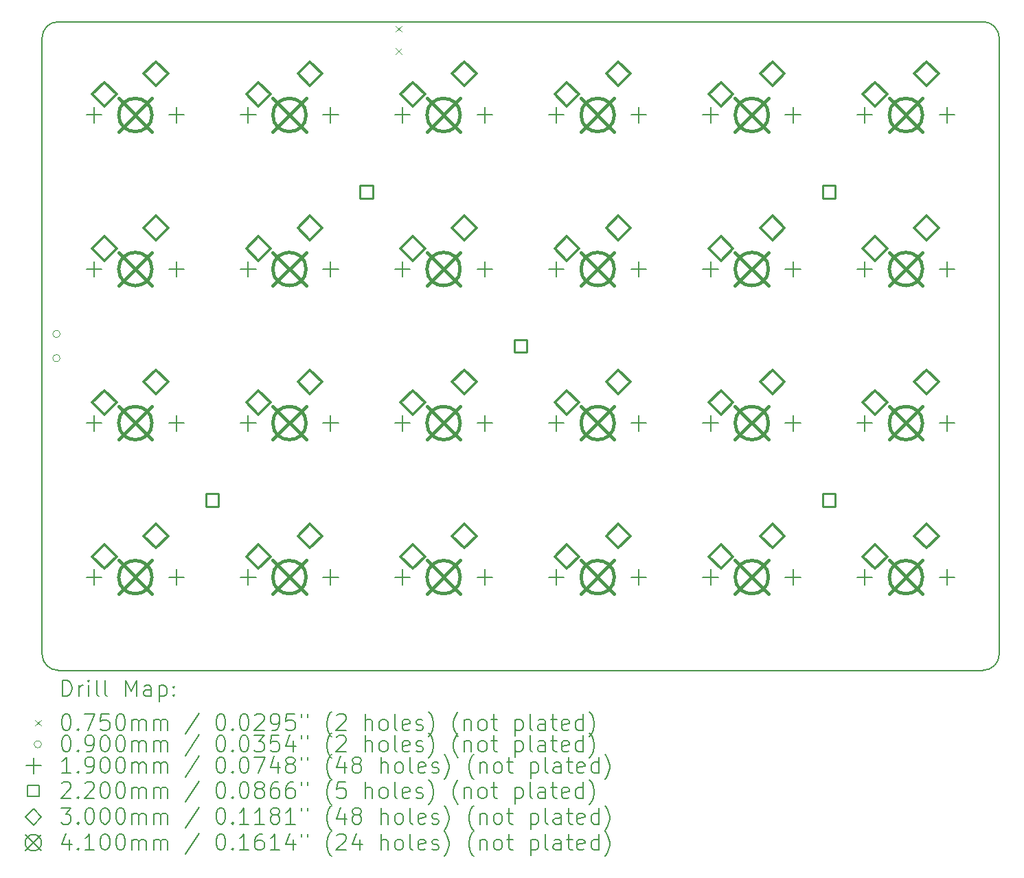
<source format=gbr>
%TF.GenerationSoftware,KiCad,Pcbnew,8.0.6+1*%
%TF.CreationDate,2024-11-11T16:29:32+00:00*%
%TF.ProjectId,not_about_money,6e6f745f-6162-46f7-9574-5f6d6f6e6579,v1.0.0*%
%TF.SameCoordinates,Original*%
%TF.FileFunction,Drillmap*%
%TF.FilePolarity,Positive*%
%FSLAX45Y45*%
G04 Gerber Fmt 4.5, Leading zero omitted, Abs format (unit mm)*
G04 Created by KiCad (PCBNEW 8.0.6+1) date 2024-11-11 16:29:32*
%MOMM*%
%LPD*%
G01*
G04 APERTURE LIST*
%ADD10C,0.150000*%
%ADD11C,0.200000*%
%ADD12C,0.100000*%
%ADD13C,0.190000*%
%ADD14C,0.220000*%
%ADD15C,0.300000*%
%ADD16C,0.410000*%
G04 APERTURE END LIST*
D10*
X8850000Y-10950000D02*
X8850000Y-3350000D01*
X8850000Y-3350000D02*
G75*
G02*
X9050000Y-3150000I200000J0D01*
G01*
X9050000Y-3150000D02*
X20450000Y-3150000D01*
X20450000Y-3150000D02*
G75*
G02*
X20650000Y-3350000I0J-200000D01*
G01*
X20650000Y-3350000D02*
X20650000Y-10950000D01*
X20650000Y-10950000D02*
G75*
G02*
X20450000Y-11150000I-200000J0D01*
G01*
X20450000Y-11150000D02*
X9050000Y-11150000D01*
X9050000Y-11150000D02*
G75*
G02*
X8850000Y-10950000I0J200000D01*
G01*
D11*
D12*
X13212500Y-3200000D02*
X13287500Y-3275000D01*
X13287500Y-3200000D02*
X13212500Y-3275000D01*
X13212500Y-3475000D02*
X13287500Y-3550000D01*
X13287500Y-3475000D02*
X13212500Y-3550000D01*
X9072500Y-7000000D02*
G75*
G02*
X8982500Y-7000000I-45000J0D01*
G01*
X8982500Y-7000000D02*
G75*
G02*
X9072500Y-7000000I45000J0D01*
G01*
X9072500Y-7300000D02*
G75*
G02*
X8982500Y-7300000I-45000J0D01*
G01*
X8982500Y-7300000D02*
G75*
G02*
X9072500Y-7300000I45000J0D01*
G01*
D13*
X9492000Y-4205000D02*
X9492000Y-4395000D01*
X9397000Y-4300000D02*
X9587000Y-4300000D01*
X9492000Y-6105000D02*
X9492000Y-6295000D01*
X9397000Y-6200000D02*
X9587000Y-6200000D01*
X9492000Y-8005000D02*
X9492000Y-8195000D01*
X9397000Y-8100000D02*
X9587000Y-8100000D01*
X9492000Y-9905000D02*
X9492000Y-10095000D01*
X9397000Y-10000000D02*
X9587000Y-10000000D01*
X10508000Y-4205000D02*
X10508000Y-4395000D01*
X10413000Y-4300000D02*
X10603000Y-4300000D01*
X10508000Y-6105000D02*
X10508000Y-6295000D01*
X10413000Y-6200000D02*
X10603000Y-6200000D01*
X10508000Y-8005000D02*
X10508000Y-8195000D01*
X10413000Y-8100000D02*
X10603000Y-8100000D01*
X10508000Y-9905000D02*
X10508000Y-10095000D01*
X10413000Y-10000000D02*
X10603000Y-10000000D01*
X11392000Y-4205000D02*
X11392000Y-4395000D01*
X11297000Y-4300000D02*
X11487000Y-4300000D01*
X11392000Y-6105000D02*
X11392000Y-6295000D01*
X11297000Y-6200000D02*
X11487000Y-6200000D01*
X11392000Y-8005000D02*
X11392000Y-8195000D01*
X11297000Y-8100000D02*
X11487000Y-8100000D01*
X11392000Y-9905000D02*
X11392000Y-10095000D01*
X11297000Y-10000000D02*
X11487000Y-10000000D01*
X12408000Y-4205000D02*
X12408000Y-4395000D01*
X12313000Y-4300000D02*
X12503000Y-4300000D01*
X12408000Y-6105000D02*
X12408000Y-6295000D01*
X12313000Y-6200000D02*
X12503000Y-6200000D01*
X12408000Y-8005000D02*
X12408000Y-8195000D01*
X12313000Y-8100000D02*
X12503000Y-8100000D01*
X12408000Y-9905000D02*
X12408000Y-10095000D01*
X12313000Y-10000000D02*
X12503000Y-10000000D01*
X13292000Y-4205000D02*
X13292000Y-4395000D01*
X13197000Y-4300000D02*
X13387000Y-4300000D01*
X13292000Y-6105000D02*
X13292000Y-6295000D01*
X13197000Y-6200000D02*
X13387000Y-6200000D01*
X13292000Y-8005000D02*
X13292000Y-8195000D01*
X13197000Y-8100000D02*
X13387000Y-8100000D01*
X13292000Y-9905000D02*
X13292000Y-10095000D01*
X13197000Y-10000000D02*
X13387000Y-10000000D01*
X14308000Y-4205000D02*
X14308000Y-4395000D01*
X14213000Y-4300000D02*
X14403000Y-4300000D01*
X14308000Y-6105000D02*
X14308000Y-6295000D01*
X14213000Y-6200000D02*
X14403000Y-6200000D01*
X14308000Y-8005000D02*
X14308000Y-8195000D01*
X14213000Y-8100000D02*
X14403000Y-8100000D01*
X14308000Y-9905000D02*
X14308000Y-10095000D01*
X14213000Y-10000000D02*
X14403000Y-10000000D01*
X15192000Y-4205000D02*
X15192000Y-4395000D01*
X15097000Y-4300000D02*
X15287000Y-4300000D01*
X15192000Y-6105000D02*
X15192000Y-6295000D01*
X15097000Y-6200000D02*
X15287000Y-6200000D01*
X15192000Y-8005000D02*
X15192000Y-8195000D01*
X15097000Y-8100000D02*
X15287000Y-8100000D01*
X15192000Y-9905000D02*
X15192000Y-10095000D01*
X15097000Y-10000000D02*
X15287000Y-10000000D01*
X16208000Y-4205000D02*
X16208000Y-4395000D01*
X16113000Y-4300000D02*
X16303000Y-4300000D01*
X16208000Y-6105000D02*
X16208000Y-6295000D01*
X16113000Y-6200000D02*
X16303000Y-6200000D01*
X16208000Y-8005000D02*
X16208000Y-8195000D01*
X16113000Y-8100000D02*
X16303000Y-8100000D01*
X16208000Y-9905000D02*
X16208000Y-10095000D01*
X16113000Y-10000000D02*
X16303000Y-10000000D01*
X17092000Y-4205000D02*
X17092000Y-4395000D01*
X16997000Y-4300000D02*
X17187000Y-4300000D01*
X17092000Y-6105000D02*
X17092000Y-6295000D01*
X16997000Y-6200000D02*
X17187000Y-6200000D01*
X17092000Y-8005000D02*
X17092000Y-8195000D01*
X16997000Y-8100000D02*
X17187000Y-8100000D01*
X17092000Y-9905000D02*
X17092000Y-10095000D01*
X16997000Y-10000000D02*
X17187000Y-10000000D01*
X18108000Y-4205000D02*
X18108000Y-4395000D01*
X18013000Y-4300000D02*
X18203000Y-4300000D01*
X18108000Y-6105000D02*
X18108000Y-6295000D01*
X18013000Y-6200000D02*
X18203000Y-6200000D01*
X18108000Y-8005000D02*
X18108000Y-8195000D01*
X18013000Y-8100000D02*
X18203000Y-8100000D01*
X18108000Y-9905000D02*
X18108000Y-10095000D01*
X18013000Y-10000000D02*
X18203000Y-10000000D01*
X18992000Y-4205000D02*
X18992000Y-4395000D01*
X18897000Y-4300000D02*
X19087000Y-4300000D01*
X18992000Y-6105000D02*
X18992000Y-6295000D01*
X18897000Y-6200000D02*
X19087000Y-6200000D01*
X18992000Y-8005000D02*
X18992000Y-8195000D01*
X18897000Y-8100000D02*
X19087000Y-8100000D01*
X18992000Y-9905000D02*
X18992000Y-10095000D01*
X18897000Y-10000000D02*
X19087000Y-10000000D01*
X20008000Y-4205000D02*
X20008000Y-4395000D01*
X19913000Y-4300000D02*
X20103000Y-4300000D01*
X20008000Y-6105000D02*
X20008000Y-6295000D01*
X19913000Y-6200000D02*
X20103000Y-6200000D01*
X20008000Y-8005000D02*
X20008000Y-8195000D01*
X19913000Y-8100000D02*
X20103000Y-8100000D01*
X20008000Y-9905000D02*
X20008000Y-10095000D01*
X19913000Y-10000000D02*
X20103000Y-10000000D01*
D14*
X11027783Y-9127783D02*
X11027783Y-8972218D01*
X10872218Y-8972218D01*
X10872218Y-9127783D01*
X11027783Y-9127783D01*
X12927782Y-5327783D02*
X12927782Y-5172218D01*
X12772217Y-5172218D01*
X12772217Y-5327783D01*
X12927782Y-5327783D01*
X14827782Y-7227782D02*
X14827782Y-7072217D01*
X14672217Y-7072217D01*
X14672217Y-7227782D01*
X14827782Y-7227782D01*
X18627783Y-5327783D02*
X18627783Y-5172218D01*
X18472218Y-5172218D01*
X18472218Y-5327783D01*
X18627783Y-5327783D01*
X18627783Y-9127783D02*
X18627783Y-8972218D01*
X18472218Y-8972218D01*
X18472218Y-9127783D01*
X18627783Y-9127783D01*
D15*
X9619000Y-4196000D02*
X9769000Y-4046000D01*
X9619000Y-3896000D01*
X9469000Y-4046000D01*
X9619000Y-4196000D01*
X9619000Y-6096000D02*
X9769000Y-5946000D01*
X9619000Y-5796000D01*
X9469000Y-5946000D01*
X9619000Y-6096000D01*
X9619000Y-7996000D02*
X9769000Y-7846000D01*
X9619000Y-7696000D01*
X9469000Y-7846000D01*
X9619000Y-7996000D01*
X9619000Y-9896000D02*
X9769000Y-9746000D01*
X9619000Y-9596000D01*
X9469000Y-9746000D01*
X9619000Y-9896000D01*
X10254000Y-3942000D02*
X10404000Y-3792000D01*
X10254000Y-3642000D01*
X10104000Y-3792000D01*
X10254000Y-3942000D01*
X10254000Y-5842000D02*
X10404000Y-5692000D01*
X10254000Y-5542000D01*
X10104000Y-5692000D01*
X10254000Y-5842000D01*
X10254000Y-7742000D02*
X10404000Y-7592000D01*
X10254000Y-7442000D01*
X10104000Y-7592000D01*
X10254000Y-7742000D01*
X10254000Y-9642000D02*
X10404000Y-9492000D01*
X10254000Y-9342000D01*
X10104000Y-9492000D01*
X10254000Y-9642000D01*
X11519000Y-4196000D02*
X11669000Y-4046000D01*
X11519000Y-3896000D01*
X11369000Y-4046000D01*
X11519000Y-4196000D01*
X11519000Y-6096000D02*
X11669000Y-5946000D01*
X11519000Y-5796000D01*
X11369000Y-5946000D01*
X11519000Y-6096000D01*
X11519000Y-7996000D02*
X11669000Y-7846000D01*
X11519000Y-7696000D01*
X11369000Y-7846000D01*
X11519000Y-7996000D01*
X11519000Y-9896000D02*
X11669000Y-9746000D01*
X11519000Y-9596000D01*
X11369000Y-9746000D01*
X11519000Y-9896000D01*
X12154000Y-3942000D02*
X12304000Y-3792000D01*
X12154000Y-3642000D01*
X12004000Y-3792000D01*
X12154000Y-3942000D01*
X12154000Y-5842000D02*
X12304000Y-5692000D01*
X12154000Y-5542000D01*
X12004000Y-5692000D01*
X12154000Y-5842000D01*
X12154000Y-7742000D02*
X12304000Y-7592000D01*
X12154000Y-7442000D01*
X12004000Y-7592000D01*
X12154000Y-7742000D01*
X12154000Y-9642000D02*
X12304000Y-9492000D01*
X12154000Y-9342000D01*
X12004000Y-9492000D01*
X12154000Y-9642000D01*
X13419000Y-4196000D02*
X13569000Y-4046000D01*
X13419000Y-3896000D01*
X13269000Y-4046000D01*
X13419000Y-4196000D01*
X13419000Y-6096000D02*
X13569000Y-5946000D01*
X13419000Y-5796000D01*
X13269000Y-5946000D01*
X13419000Y-6096000D01*
X13419000Y-7996000D02*
X13569000Y-7846000D01*
X13419000Y-7696000D01*
X13269000Y-7846000D01*
X13419000Y-7996000D01*
X13419000Y-9896000D02*
X13569000Y-9746000D01*
X13419000Y-9596000D01*
X13269000Y-9746000D01*
X13419000Y-9896000D01*
X14054000Y-3942000D02*
X14204000Y-3792000D01*
X14054000Y-3642000D01*
X13904000Y-3792000D01*
X14054000Y-3942000D01*
X14054000Y-5842000D02*
X14204000Y-5692000D01*
X14054000Y-5542000D01*
X13904000Y-5692000D01*
X14054000Y-5842000D01*
X14054000Y-7742000D02*
X14204000Y-7592000D01*
X14054000Y-7442000D01*
X13904000Y-7592000D01*
X14054000Y-7742000D01*
X14054000Y-9642000D02*
X14204000Y-9492000D01*
X14054000Y-9342000D01*
X13904000Y-9492000D01*
X14054000Y-9642000D01*
X15319000Y-4196000D02*
X15469000Y-4046000D01*
X15319000Y-3896000D01*
X15169000Y-4046000D01*
X15319000Y-4196000D01*
X15319000Y-6096000D02*
X15469000Y-5946000D01*
X15319000Y-5796000D01*
X15169000Y-5946000D01*
X15319000Y-6096000D01*
X15319000Y-7996000D02*
X15469000Y-7846000D01*
X15319000Y-7696000D01*
X15169000Y-7846000D01*
X15319000Y-7996000D01*
X15319000Y-9896000D02*
X15469000Y-9746000D01*
X15319000Y-9596000D01*
X15169000Y-9746000D01*
X15319000Y-9896000D01*
X15954000Y-3942000D02*
X16104000Y-3792000D01*
X15954000Y-3642000D01*
X15804000Y-3792000D01*
X15954000Y-3942000D01*
X15954000Y-5842000D02*
X16104000Y-5692000D01*
X15954000Y-5542000D01*
X15804000Y-5692000D01*
X15954000Y-5842000D01*
X15954000Y-7742000D02*
X16104000Y-7592000D01*
X15954000Y-7442000D01*
X15804000Y-7592000D01*
X15954000Y-7742000D01*
X15954000Y-9642000D02*
X16104000Y-9492000D01*
X15954000Y-9342000D01*
X15804000Y-9492000D01*
X15954000Y-9642000D01*
X17219000Y-4196000D02*
X17369000Y-4046000D01*
X17219000Y-3896000D01*
X17069000Y-4046000D01*
X17219000Y-4196000D01*
X17219000Y-6096000D02*
X17369000Y-5946000D01*
X17219000Y-5796000D01*
X17069000Y-5946000D01*
X17219000Y-6096000D01*
X17219000Y-7996000D02*
X17369000Y-7846000D01*
X17219000Y-7696000D01*
X17069000Y-7846000D01*
X17219000Y-7996000D01*
X17219000Y-9896000D02*
X17369000Y-9746000D01*
X17219000Y-9596000D01*
X17069000Y-9746000D01*
X17219000Y-9896000D01*
X17854000Y-3942000D02*
X18004000Y-3792000D01*
X17854000Y-3642000D01*
X17704000Y-3792000D01*
X17854000Y-3942000D01*
X17854000Y-5842000D02*
X18004000Y-5692000D01*
X17854000Y-5542000D01*
X17704000Y-5692000D01*
X17854000Y-5842000D01*
X17854000Y-7742000D02*
X18004000Y-7592000D01*
X17854000Y-7442000D01*
X17704000Y-7592000D01*
X17854000Y-7742000D01*
X17854000Y-9642000D02*
X18004000Y-9492000D01*
X17854000Y-9342000D01*
X17704000Y-9492000D01*
X17854000Y-9642000D01*
X19119000Y-4196000D02*
X19269000Y-4046000D01*
X19119000Y-3896000D01*
X18969000Y-4046000D01*
X19119000Y-4196000D01*
X19119000Y-6096000D02*
X19269000Y-5946000D01*
X19119000Y-5796000D01*
X18969000Y-5946000D01*
X19119000Y-6096000D01*
X19119000Y-7996000D02*
X19269000Y-7846000D01*
X19119000Y-7696000D01*
X18969000Y-7846000D01*
X19119000Y-7996000D01*
X19119000Y-9896000D02*
X19269000Y-9746000D01*
X19119000Y-9596000D01*
X18969000Y-9746000D01*
X19119000Y-9896000D01*
X19754000Y-3942000D02*
X19904000Y-3792000D01*
X19754000Y-3642000D01*
X19604000Y-3792000D01*
X19754000Y-3942000D01*
X19754000Y-5842000D02*
X19904000Y-5692000D01*
X19754000Y-5542000D01*
X19604000Y-5692000D01*
X19754000Y-5842000D01*
X19754000Y-7742000D02*
X19904000Y-7592000D01*
X19754000Y-7442000D01*
X19604000Y-7592000D01*
X19754000Y-7742000D01*
X19754000Y-9642000D02*
X19904000Y-9492000D01*
X19754000Y-9342000D01*
X19604000Y-9492000D01*
X19754000Y-9642000D01*
D16*
X9795000Y-4095000D02*
X10205000Y-4505000D01*
X10205000Y-4095000D02*
X9795000Y-4505000D01*
X10205000Y-4300000D02*
G75*
G02*
X9795000Y-4300000I-205000J0D01*
G01*
X9795000Y-4300000D02*
G75*
G02*
X10205000Y-4300000I205000J0D01*
G01*
X9795000Y-5995000D02*
X10205000Y-6405000D01*
X10205000Y-5995000D02*
X9795000Y-6405000D01*
X10205000Y-6200000D02*
G75*
G02*
X9795000Y-6200000I-205000J0D01*
G01*
X9795000Y-6200000D02*
G75*
G02*
X10205000Y-6200000I205000J0D01*
G01*
X9795000Y-7895000D02*
X10205000Y-8305000D01*
X10205000Y-7895000D02*
X9795000Y-8305000D01*
X10205000Y-8100000D02*
G75*
G02*
X9795000Y-8100000I-205000J0D01*
G01*
X9795000Y-8100000D02*
G75*
G02*
X10205000Y-8100000I205000J0D01*
G01*
X9795000Y-9795000D02*
X10205000Y-10205000D01*
X10205000Y-9795000D02*
X9795000Y-10205000D01*
X10205000Y-10000000D02*
G75*
G02*
X9795000Y-10000000I-205000J0D01*
G01*
X9795000Y-10000000D02*
G75*
G02*
X10205000Y-10000000I205000J0D01*
G01*
X11695000Y-4095000D02*
X12105000Y-4505000D01*
X12105000Y-4095000D02*
X11695000Y-4505000D01*
X12105000Y-4300000D02*
G75*
G02*
X11695000Y-4300000I-205000J0D01*
G01*
X11695000Y-4300000D02*
G75*
G02*
X12105000Y-4300000I205000J0D01*
G01*
X11695000Y-5995000D02*
X12105000Y-6405000D01*
X12105000Y-5995000D02*
X11695000Y-6405000D01*
X12105000Y-6200000D02*
G75*
G02*
X11695000Y-6200000I-205000J0D01*
G01*
X11695000Y-6200000D02*
G75*
G02*
X12105000Y-6200000I205000J0D01*
G01*
X11695000Y-7895000D02*
X12105000Y-8305000D01*
X12105000Y-7895000D02*
X11695000Y-8305000D01*
X12105000Y-8100000D02*
G75*
G02*
X11695000Y-8100000I-205000J0D01*
G01*
X11695000Y-8100000D02*
G75*
G02*
X12105000Y-8100000I205000J0D01*
G01*
X11695000Y-9795000D02*
X12105000Y-10205000D01*
X12105000Y-9795000D02*
X11695000Y-10205000D01*
X12105000Y-10000000D02*
G75*
G02*
X11695000Y-10000000I-205000J0D01*
G01*
X11695000Y-10000000D02*
G75*
G02*
X12105000Y-10000000I205000J0D01*
G01*
X13595000Y-4095000D02*
X14005000Y-4505000D01*
X14005000Y-4095000D02*
X13595000Y-4505000D01*
X14005000Y-4300000D02*
G75*
G02*
X13595000Y-4300000I-205000J0D01*
G01*
X13595000Y-4300000D02*
G75*
G02*
X14005000Y-4300000I205000J0D01*
G01*
X13595000Y-5995000D02*
X14005000Y-6405000D01*
X14005000Y-5995000D02*
X13595000Y-6405000D01*
X14005000Y-6200000D02*
G75*
G02*
X13595000Y-6200000I-205000J0D01*
G01*
X13595000Y-6200000D02*
G75*
G02*
X14005000Y-6200000I205000J0D01*
G01*
X13595000Y-7895000D02*
X14005000Y-8305000D01*
X14005000Y-7895000D02*
X13595000Y-8305000D01*
X14005000Y-8100000D02*
G75*
G02*
X13595000Y-8100000I-205000J0D01*
G01*
X13595000Y-8100000D02*
G75*
G02*
X14005000Y-8100000I205000J0D01*
G01*
X13595000Y-9795000D02*
X14005000Y-10205000D01*
X14005000Y-9795000D02*
X13595000Y-10205000D01*
X14005000Y-10000000D02*
G75*
G02*
X13595000Y-10000000I-205000J0D01*
G01*
X13595000Y-10000000D02*
G75*
G02*
X14005000Y-10000000I205000J0D01*
G01*
X15495000Y-4095000D02*
X15905000Y-4505000D01*
X15905000Y-4095000D02*
X15495000Y-4505000D01*
X15905000Y-4300000D02*
G75*
G02*
X15495000Y-4300000I-205000J0D01*
G01*
X15495000Y-4300000D02*
G75*
G02*
X15905000Y-4300000I205000J0D01*
G01*
X15495000Y-5995000D02*
X15905000Y-6405000D01*
X15905000Y-5995000D02*
X15495000Y-6405000D01*
X15905000Y-6200000D02*
G75*
G02*
X15495000Y-6200000I-205000J0D01*
G01*
X15495000Y-6200000D02*
G75*
G02*
X15905000Y-6200000I205000J0D01*
G01*
X15495000Y-7895000D02*
X15905000Y-8305000D01*
X15905000Y-7895000D02*
X15495000Y-8305000D01*
X15905000Y-8100000D02*
G75*
G02*
X15495000Y-8100000I-205000J0D01*
G01*
X15495000Y-8100000D02*
G75*
G02*
X15905000Y-8100000I205000J0D01*
G01*
X15495000Y-9795000D02*
X15905000Y-10205000D01*
X15905000Y-9795000D02*
X15495000Y-10205000D01*
X15905000Y-10000000D02*
G75*
G02*
X15495000Y-10000000I-205000J0D01*
G01*
X15495000Y-10000000D02*
G75*
G02*
X15905000Y-10000000I205000J0D01*
G01*
X17395000Y-4095000D02*
X17805000Y-4505000D01*
X17805000Y-4095000D02*
X17395000Y-4505000D01*
X17805000Y-4300000D02*
G75*
G02*
X17395000Y-4300000I-205000J0D01*
G01*
X17395000Y-4300000D02*
G75*
G02*
X17805000Y-4300000I205000J0D01*
G01*
X17395000Y-5995000D02*
X17805000Y-6405000D01*
X17805000Y-5995000D02*
X17395000Y-6405000D01*
X17805000Y-6200000D02*
G75*
G02*
X17395000Y-6200000I-205000J0D01*
G01*
X17395000Y-6200000D02*
G75*
G02*
X17805000Y-6200000I205000J0D01*
G01*
X17395000Y-7895000D02*
X17805000Y-8305000D01*
X17805000Y-7895000D02*
X17395000Y-8305000D01*
X17805000Y-8100000D02*
G75*
G02*
X17395000Y-8100000I-205000J0D01*
G01*
X17395000Y-8100000D02*
G75*
G02*
X17805000Y-8100000I205000J0D01*
G01*
X17395000Y-9795000D02*
X17805000Y-10205000D01*
X17805000Y-9795000D02*
X17395000Y-10205000D01*
X17805000Y-10000000D02*
G75*
G02*
X17395000Y-10000000I-205000J0D01*
G01*
X17395000Y-10000000D02*
G75*
G02*
X17805000Y-10000000I205000J0D01*
G01*
X19295000Y-4095000D02*
X19705000Y-4505000D01*
X19705000Y-4095000D02*
X19295000Y-4505000D01*
X19705000Y-4300000D02*
G75*
G02*
X19295000Y-4300000I-205000J0D01*
G01*
X19295000Y-4300000D02*
G75*
G02*
X19705000Y-4300000I205000J0D01*
G01*
X19295000Y-5995000D02*
X19705000Y-6405000D01*
X19705000Y-5995000D02*
X19295000Y-6405000D01*
X19705000Y-6200000D02*
G75*
G02*
X19295000Y-6200000I-205000J0D01*
G01*
X19295000Y-6200000D02*
G75*
G02*
X19705000Y-6200000I205000J0D01*
G01*
X19295000Y-7895000D02*
X19705000Y-8305000D01*
X19705000Y-7895000D02*
X19295000Y-8305000D01*
X19705000Y-8100000D02*
G75*
G02*
X19295000Y-8100000I-205000J0D01*
G01*
X19295000Y-8100000D02*
G75*
G02*
X19705000Y-8100000I205000J0D01*
G01*
X19295000Y-9795000D02*
X19705000Y-10205000D01*
X19705000Y-9795000D02*
X19295000Y-10205000D01*
X19705000Y-10000000D02*
G75*
G02*
X19295000Y-10000000I-205000J0D01*
G01*
X19295000Y-10000000D02*
G75*
G02*
X19705000Y-10000000I205000J0D01*
G01*
D11*
X9103277Y-11468984D02*
X9103277Y-11268984D01*
X9103277Y-11268984D02*
X9150896Y-11268984D01*
X9150896Y-11268984D02*
X9179467Y-11278508D01*
X9179467Y-11278508D02*
X9198515Y-11297555D01*
X9198515Y-11297555D02*
X9208039Y-11316603D01*
X9208039Y-11316603D02*
X9217563Y-11354698D01*
X9217563Y-11354698D02*
X9217563Y-11383269D01*
X9217563Y-11383269D02*
X9208039Y-11421365D01*
X9208039Y-11421365D02*
X9198515Y-11440412D01*
X9198515Y-11440412D02*
X9179467Y-11459460D01*
X9179467Y-11459460D02*
X9150896Y-11468984D01*
X9150896Y-11468984D02*
X9103277Y-11468984D01*
X9303277Y-11468984D02*
X9303277Y-11335650D01*
X9303277Y-11373746D02*
X9312801Y-11354698D01*
X9312801Y-11354698D02*
X9322324Y-11345174D01*
X9322324Y-11345174D02*
X9341372Y-11335650D01*
X9341372Y-11335650D02*
X9360420Y-11335650D01*
X9427086Y-11468984D02*
X9427086Y-11335650D01*
X9427086Y-11268984D02*
X9417563Y-11278508D01*
X9417563Y-11278508D02*
X9427086Y-11288031D01*
X9427086Y-11288031D02*
X9436610Y-11278508D01*
X9436610Y-11278508D02*
X9427086Y-11268984D01*
X9427086Y-11268984D02*
X9427086Y-11288031D01*
X9550896Y-11468984D02*
X9531848Y-11459460D01*
X9531848Y-11459460D02*
X9522324Y-11440412D01*
X9522324Y-11440412D02*
X9522324Y-11268984D01*
X9655658Y-11468984D02*
X9636610Y-11459460D01*
X9636610Y-11459460D02*
X9627086Y-11440412D01*
X9627086Y-11440412D02*
X9627086Y-11268984D01*
X9884229Y-11468984D02*
X9884229Y-11268984D01*
X9884229Y-11268984D02*
X9950896Y-11411841D01*
X9950896Y-11411841D02*
X10017563Y-11268984D01*
X10017563Y-11268984D02*
X10017563Y-11468984D01*
X10198515Y-11468984D02*
X10198515Y-11364222D01*
X10198515Y-11364222D02*
X10188991Y-11345174D01*
X10188991Y-11345174D02*
X10169944Y-11335650D01*
X10169944Y-11335650D02*
X10131848Y-11335650D01*
X10131848Y-11335650D02*
X10112801Y-11345174D01*
X10198515Y-11459460D02*
X10179467Y-11468984D01*
X10179467Y-11468984D02*
X10131848Y-11468984D01*
X10131848Y-11468984D02*
X10112801Y-11459460D01*
X10112801Y-11459460D02*
X10103277Y-11440412D01*
X10103277Y-11440412D02*
X10103277Y-11421365D01*
X10103277Y-11421365D02*
X10112801Y-11402317D01*
X10112801Y-11402317D02*
X10131848Y-11392793D01*
X10131848Y-11392793D02*
X10179467Y-11392793D01*
X10179467Y-11392793D02*
X10198515Y-11383269D01*
X10293753Y-11335650D02*
X10293753Y-11535650D01*
X10293753Y-11345174D02*
X10312801Y-11335650D01*
X10312801Y-11335650D02*
X10350896Y-11335650D01*
X10350896Y-11335650D02*
X10369944Y-11345174D01*
X10369944Y-11345174D02*
X10379467Y-11354698D01*
X10379467Y-11354698D02*
X10388991Y-11373746D01*
X10388991Y-11373746D02*
X10388991Y-11430888D01*
X10388991Y-11430888D02*
X10379467Y-11449936D01*
X10379467Y-11449936D02*
X10369944Y-11459460D01*
X10369944Y-11459460D02*
X10350896Y-11468984D01*
X10350896Y-11468984D02*
X10312801Y-11468984D01*
X10312801Y-11468984D02*
X10293753Y-11459460D01*
X10474705Y-11449936D02*
X10484229Y-11459460D01*
X10484229Y-11459460D02*
X10474705Y-11468984D01*
X10474705Y-11468984D02*
X10465182Y-11459460D01*
X10465182Y-11459460D02*
X10474705Y-11449936D01*
X10474705Y-11449936D02*
X10474705Y-11468984D01*
X10474705Y-11345174D02*
X10484229Y-11354698D01*
X10484229Y-11354698D02*
X10474705Y-11364222D01*
X10474705Y-11364222D02*
X10465182Y-11354698D01*
X10465182Y-11354698D02*
X10474705Y-11345174D01*
X10474705Y-11345174D02*
X10474705Y-11364222D01*
D12*
X8767500Y-11760000D02*
X8842500Y-11835000D01*
X8842500Y-11760000D02*
X8767500Y-11835000D01*
D11*
X9141372Y-11688984D02*
X9160420Y-11688984D01*
X9160420Y-11688984D02*
X9179467Y-11698508D01*
X9179467Y-11698508D02*
X9188991Y-11708031D01*
X9188991Y-11708031D02*
X9198515Y-11727079D01*
X9198515Y-11727079D02*
X9208039Y-11765174D01*
X9208039Y-11765174D02*
X9208039Y-11812793D01*
X9208039Y-11812793D02*
X9198515Y-11850888D01*
X9198515Y-11850888D02*
X9188991Y-11869936D01*
X9188991Y-11869936D02*
X9179467Y-11879460D01*
X9179467Y-11879460D02*
X9160420Y-11888984D01*
X9160420Y-11888984D02*
X9141372Y-11888984D01*
X9141372Y-11888984D02*
X9122324Y-11879460D01*
X9122324Y-11879460D02*
X9112801Y-11869936D01*
X9112801Y-11869936D02*
X9103277Y-11850888D01*
X9103277Y-11850888D02*
X9093753Y-11812793D01*
X9093753Y-11812793D02*
X9093753Y-11765174D01*
X9093753Y-11765174D02*
X9103277Y-11727079D01*
X9103277Y-11727079D02*
X9112801Y-11708031D01*
X9112801Y-11708031D02*
X9122324Y-11698508D01*
X9122324Y-11698508D02*
X9141372Y-11688984D01*
X9293753Y-11869936D02*
X9303277Y-11879460D01*
X9303277Y-11879460D02*
X9293753Y-11888984D01*
X9293753Y-11888984D02*
X9284229Y-11879460D01*
X9284229Y-11879460D02*
X9293753Y-11869936D01*
X9293753Y-11869936D02*
X9293753Y-11888984D01*
X9369944Y-11688984D02*
X9503277Y-11688984D01*
X9503277Y-11688984D02*
X9417563Y-11888984D01*
X9674705Y-11688984D02*
X9579467Y-11688984D01*
X9579467Y-11688984D02*
X9569944Y-11784222D01*
X9569944Y-11784222D02*
X9579467Y-11774698D01*
X9579467Y-11774698D02*
X9598515Y-11765174D01*
X9598515Y-11765174D02*
X9646134Y-11765174D01*
X9646134Y-11765174D02*
X9665182Y-11774698D01*
X9665182Y-11774698D02*
X9674705Y-11784222D01*
X9674705Y-11784222D02*
X9684229Y-11803269D01*
X9684229Y-11803269D02*
X9684229Y-11850888D01*
X9684229Y-11850888D02*
X9674705Y-11869936D01*
X9674705Y-11869936D02*
X9665182Y-11879460D01*
X9665182Y-11879460D02*
X9646134Y-11888984D01*
X9646134Y-11888984D02*
X9598515Y-11888984D01*
X9598515Y-11888984D02*
X9579467Y-11879460D01*
X9579467Y-11879460D02*
X9569944Y-11869936D01*
X9808039Y-11688984D02*
X9827086Y-11688984D01*
X9827086Y-11688984D02*
X9846134Y-11698508D01*
X9846134Y-11698508D02*
X9855658Y-11708031D01*
X9855658Y-11708031D02*
X9865182Y-11727079D01*
X9865182Y-11727079D02*
X9874705Y-11765174D01*
X9874705Y-11765174D02*
X9874705Y-11812793D01*
X9874705Y-11812793D02*
X9865182Y-11850888D01*
X9865182Y-11850888D02*
X9855658Y-11869936D01*
X9855658Y-11869936D02*
X9846134Y-11879460D01*
X9846134Y-11879460D02*
X9827086Y-11888984D01*
X9827086Y-11888984D02*
X9808039Y-11888984D01*
X9808039Y-11888984D02*
X9788991Y-11879460D01*
X9788991Y-11879460D02*
X9779467Y-11869936D01*
X9779467Y-11869936D02*
X9769944Y-11850888D01*
X9769944Y-11850888D02*
X9760420Y-11812793D01*
X9760420Y-11812793D02*
X9760420Y-11765174D01*
X9760420Y-11765174D02*
X9769944Y-11727079D01*
X9769944Y-11727079D02*
X9779467Y-11708031D01*
X9779467Y-11708031D02*
X9788991Y-11698508D01*
X9788991Y-11698508D02*
X9808039Y-11688984D01*
X9960420Y-11888984D02*
X9960420Y-11755650D01*
X9960420Y-11774698D02*
X9969944Y-11765174D01*
X9969944Y-11765174D02*
X9988991Y-11755650D01*
X9988991Y-11755650D02*
X10017563Y-11755650D01*
X10017563Y-11755650D02*
X10036610Y-11765174D01*
X10036610Y-11765174D02*
X10046134Y-11784222D01*
X10046134Y-11784222D02*
X10046134Y-11888984D01*
X10046134Y-11784222D02*
X10055658Y-11765174D01*
X10055658Y-11765174D02*
X10074705Y-11755650D01*
X10074705Y-11755650D02*
X10103277Y-11755650D01*
X10103277Y-11755650D02*
X10122325Y-11765174D01*
X10122325Y-11765174D02*
X10131848Y-11784222D01*
X10131848Y-11784222D02*
X10131848Y-11888984D01*
X10227086Y-11888984D02*
X10227086Y-11755650D01*
X10227086Y-11774698D02*
X10236610Y-11765174D01*
X10236610Y-11765174D02*
X10255658Y-11755650D01*
X10255658Y-11755650D02*
X10284229Y-11755650D01*
X10284229Y-11755650D02*
X10303277Y-11765174D01*
X10303277Y-11765174D02*
X10312801Y-11784222D01*
X10312801Y-11784222D02*
X10312801Y-11888984D01*
X10312801Y-11784222D02*
X10322325Y-11765174D01*
X10322325Y-11765174D02*
X10341372Y-11755650D01*
X10341372Y-11755650D02*
X10369944Y-11755650D01*
X10369944Y-11755650D02*
X10388991Y-11765174D01*
X10388991Y-11765174D02*
X10398515Y-11784222D01*
X10398515Y-11784222D02*
X10398515Y-11888984D01*
X10788991Y-11679460D02*
X10617563Y-11936603D01*
X11046134Y-11688984D02*
X11065182Y-11688984D01*
X11065182Y-11688984D02*
X11084229Y-11698508D01*
X11084229Y-11698508D02*
X11093753Y-11708031D01*
X11093753Y-11708031D02*
X11103277Y-11727079D01*
X11103277Y-11727079D02*
X11112801Y-11765174D01*
X11112801Y-11765174D02*
X11112801Y-11812793D01*
X11112801Y-11812793D02*
X11103277Y-11850888D01*
X11103277Y-11850888D02*
X11093753Y-11869936D01*
X11093753Y-11869936D02*
X11084229Y-11879460D01*
X11084229Y-11879460D02*
X11065182Y-11888984D01*
X11065182Y-11888984D02*
X11046134Y-11888984D01*
X11046134Y-11888984D02*
X11027087Y-11879460D01*
X11027087Y-11879460D02*
X11017563Y-11869936D01*
X11017563Y-11869936D02*
X11008039Y-11850888D01*
X11008039Y-11850888D02*
X10998515Y-11812793D01*
X10998515Y-11812793D02*
X10998515Y-11765174D01*
X10998515Y-11765174D02*
X11008039Y-11727079D01*
X11008039Y-11727079D02*
X11017563Y-11708031D01*
X11017563Y-11708031D02*
X11027087Y-11698508D01*
X11027087Y-11698508D02*
X11046134Y-11688984D01*
X11198515Y-11869936D02*
X11208039Y-11879460D01*
X11208039Y-11879460D02*
X11198515Y-11888984D01*
X11198515Y-11888984D02*
X11188991Y-11879460D01*
X11188991Y-11879460D02*
X11198515Y-11869936D01*
X11198515Y-11869936D02*
X11198515Y-11888984D01*
X11331848Y-11688984D02*
X11350896Y-11688984D01*
X11350896Y-11688984D02*
X11369944Y-11698508D01*
X11369944Y-11698508D02*
X11379467Y-11708031D01*
X11379467Y-11708031D02*
X11388991Y-11727079D01*
X11388991Y-11727079D02*
X11398515Y-11765174D01*
X11398515Y-11765174D02*
X11398515Y-11812793D01*
X11398515Y-11812793D02*
X11388991Y-11850888D01*
X11388991Y-11850888D02*
X11379467Y-11869936D01*
X11379467Y-11869936D02*
X11369944Y-11879460D01*
X11369944Y-11879460D02*
X11350896Y-11888984D01*
X11350896Y-11888984D02*
X11331848Y-11888984D01*
X11331848Y-11888984D02*
X11312801Y-11879460D01*
X11312801Y-11879460D02*
X11303277Y-11869936D01*
X11303277Y-11869936D02*
X11293753Y-11850888D01*
X11293753Y-11850888D02*
X11284229Y-11812793D01*
X11284229Y-11812793D02*
X11284229Y-11765174D01*
X11284229Y-11765174D02*
X11293753Y-11727079D01*
X11293753Y-11727079D02*
X11303277Y-11708031D01*
X11303277Y-11708031D02*
X11312801Y-11698508D01*
X11312801Y-11698508D02*
X11331848Y-11688984D01*
X11474706Y-11708031D02*
X11484229Y-11698508D01*
X11484229Y-11698508D02*
X11503277Y-11688984D01*
X11503277Y-11688984D02*
X11550896Y-11688984D01*
X11550896Y-11688984D02*
X11569944Y-11698508D01*
X11569944Y-11698508D02*
X11579467Y-11708031D01*
X11579467Y-11708031D02*
X11588991Y-11727079D01*
X11588991Y-11727079D02*
X11588991Y-11746127D01*
X11588991Y-11746127D02*
X11579467Y-11774698D01*
X11579467Y-11774698D02*
X11465182Y-11888984D01*
X11465182Y-11888984D02*
X11588991Y-11888984D01*
X11684229Y-11888984D02*
X11722325Y-11888984D01*
X11722325Y-11888984D02*
X11741372Y-11879460D01*
X11741372Y-11879460D02*
X11750896Y-11869936D01*
X11750896Y-11869936D02*
X11769944Y-11841365D01*
X11769944Y-11841365D02*
X11779467Y-11803269D01*
X11779467Y-11803269D02*
X11779467Y-11727079D01*
X11779467Y-11727079D02*
X11769944Y-11708031D01*
X11769944Y-11708031D02*
X11760420Y-11698508D01*
X11760420Y-11698508D02*
X11741372Y-11688984D01*
X11741372Y-11688984D02*
X11703277Y-11688984D01*
X11703277Y-11688984D02*
X11684229Y-11698508D01*
X11684229Y-11698508D02*
X11674706Y-11708031D01*
X11674706Y-11708031D02*
X11665182Y-11727079D01*
X11665182Y-11727079D02*
X11665182Y-11774698D01*
X11665182Y-11774698D02*
X11674706Y-11793746D01*
X11674706Y-11793746D02*
X11684229Y-11803269D01*
X11684229Y-11803269D02*
X11703277Y-11812793D01*
X11703277Y-11812793D02*
X11741372Y-11812793D01*
X11741372Y-11812793D02*
X11760420Y-11803269D01*
X11760420Y-11803269D02*
X11769944Y-11793746D01*
X11769944Y-11793746D02*
X11779467Y-11774698D01*
X11960420Y-11688984D02*
X11865182Y-11688984D01*
X11865182Y-11688984D02*
X11855658Y-11784222D01*
X11855658Y-11784222D02*
X11865182Y-11774698D01*
X11865182Y-11774698D02*
X11884229Y-11765174D01*
X11884229Y-11765174D02*
X11931848Y-11765174D01*
X11931848Y-11765174D02*
X11950896Y-11774698D01*
X11950896Y-11774698D02*
X11960420Y-11784222D01*
X11960420Y-11784222D02*
X11969944Y-11803269D01*
X11969944Y-11803269D02*
X11969944Y-11850888D01*
X11969944Y-11850888D02*
X11960420Y-11869936D01*
X11960420Y-11869936D02*
X11950896Y-11879460D01*
X11950896Y-11879460D02*
X11931848Y-11888984D01*
X11931848Y-11888984D02*
X11884229Y-11888984D01*
X11884229Y-11888984D02*
X11865182Y-11879460D01*
X11865182Y-11879460D02*
X11855658Y-11869936D01*
X12046134Y-11688984D02*
X12046134Y-11727079D01*
X12122325Y-11688984D02*
X12122325Y-11727079D01*
X12417563Y-11965174D02*
X12408039Y-11955650D01*
X12408039Y-11955650D02*
X12388991Y-11927079D01*
X12388991Y-11927079D02*
X12379468Y-11908031D01*
X12379468Y-11908031D02*
X12369944Y-11879460D01*
X12369944Y-11879460D02*
X12360420Y-11831841D01*
X12360420Y-11831841D02*
X12360420Y-11793746D01*
X12360420Y-11793746D02*
X12369944Y-11746127D01*
X12369944Y-11746127D02*
X12379468Y-11717555D01*
X12379468Y-11717555D02*
X12388991Y-11698508D01*
X12388991Y-11698508D02*
X12408039Y-11669936D01*
X12408039Y-11669936D02*
X12417563Y-11660412D01*
X12484229Y-11708031D02*
X12493753Y-11698508D01*
X12493753Y-11698508D02*
X12512801Y-11688984D01*
X12512801Y-11688984D02*
X12560420Y-11688984D01*
X12560420Y-11688984D02*
X12579468Y-11698508D01*
X12579468Y-11698508D02*
X12588991Y-11708031D01*
X12588991Y-11708031D02*
X12598515Y-11727079D01*
X12598515Y-11727079D02*
X12598515Y-11746127D01*
X12598515Y-11746127D02*
X12588991Y-11774698D01*
X12588991Y-11774698D02*
X12474706Y-11888984D01*
X12474706Y-11888984D02*
X12598515Y-11888984D01*
X12836610Y-11888984D02*
X12836610Y-11688984D01*
X12922325Y-11888984D02*
X12922325Y-11784222D01*
X12922325Y-11784222D02*
X12912801Y-11765174D01*
X12912801Y-11765174D02*
X12893753Y-11755650D01*
X12893753Y-11755650D02*
X12865182Y-11755650D01*
X12865182Y-11755650D02*
X12846134Y-11765174D01*
X12846134Y-11765174D02*
X12836610Y-11774698D01*
X13046134Y-11888984D02*
X13027087Y-11879460D01*
X13027087Y-11879460D02*
X13017563Y-11869936D01*
X13017563Y-11869936D02*
X13008039Y-11850888D01*
X13008039Y-11850888D02*
X13008039Y-11793746D01*
X13008039Y-11793746D02*
X13017563Y-11774698D01*
X13017563Y-11774698D02*
X13027087Y-11765174D01*
X13027087Y-11765174D02*
X13046134Y-11755650D01*
X13046134Y-11755650D02*
X13074706Y-11755650D01*
X13074706Y-11755650D02*
X13093753Y-11765174D01*
X13093753Y-11765174D02*
X13103277Y-11774698D01*
X13103277Y-11774698D02*
X13112801Y-11793746D01*
X13112801Y-11793746D02*
X13112801Y-11850888D01*
X13112801Y-11850888D02*
X13103277Y-11869936D01*
X13103277Y-11869936D02*
X13093753Y-11879460D01*
X13093753Y-11879460D02*
X13074706Y-11888984D01*
X13074706Y-11888984D02*
X13046134Y-11888984D01*
X13227087Y-11888984D02*
X13208039Y-11879460D01*
X13208039Y-11879460D02*
X13198515Y-11860412D01*
X13198515Y-11860412D02*
X13198515Y-11688984D01*
X13379468Y-11879460D02*
X13360420Y-11888984D01*
X13360420Y-11888984D02*
X13322325Y-11888984D01*
X13322325Y-11888984D02*
X13303277Y-11879460D01*
X13303277Y-11879460D02*
X13293753Y-11860412D01*
X13293753Y-11860412D02*
X13293753Y-11784222D01*
X13293753Y-11784222D02*
X13303277Y-11765174D01*
X13303277Y-11765174D02*
X13322325Y-11755650D01*
X13322325Y-11755650D02*
X13360420Y-11755650D01*
X13360420Y-11755650D02*
X13379468Y-11765174D01*
X13379468Y-11765174D02*
X13388991Y-11784222D01*
X13388991Y-11784222D02*
X13388991Y-11803269D01*
X13388991Y-11803269D02*
X13293753Y-11822317D01*
X13465182Y-11879460D02*
X13484230Y-11888984D01*
X13484230Y-11888984D02*
X13522325Y-11888984D01*
X13522325Y-11888984D02*
X13541372Y-11879460D01*
X13541372Y-11879460D02*
X13550896Y-11860412D01*
X13550896Y-11860412D02*
X13550896Y-11850888D01*
X13550896Y-11850888D02*
X13541372Y-11831841D01*
X13541372Y-11831841D02*
X13522325Y-11822317D01*
X13522325Y-11822317D02*
X13493753Y-11822317D01*
X13493753Y-11822317D02*
X13474706Y-11812793D01*
X13474706Y-11812793D02*
X13465182Y-11793746D01*
X13465182Y-11793746D02*
X13465182Y-11784222D01*
X13465182Y-11784222D02*
X13474706Y-11765174D01*
X13474706Y-11765174D02*
X13493753Y-11755650D01*
X13493753Y-11755650D02*
X13522325Y-11755650D01*
X13522325Y-11755650D02*
X13541372Y-11765174D01*
X13617563Y-11965174D02*
X13627087Y-11955650D01*
X13627087Y-11955650D02*
X13646134Y-11927079D01*
X13646134Y-11927079D02*
X13655658Y-11908031D01*
X13655658Y-11908031D02*
X13665182Y-11879460D01*
X13665182Y-11879460D02*
X13674706Y-11831841D01*
X13674706Y-11831841D02*
X13674706Y-11793746D01*
X13674706Y-11793746D02*
X13665182Y-11746127D01*
X13665182Y-11746127D02*
X13655658Y-11717555D01*
X13655658Y-11717555D02*
X13646134Y-11698508D01*
X13646134Y-11698508D02*
X13627087Y-11669936D01*
X13627087Y-11669936D02*
X13617563Y-11660412D01*
X13979468Y-11965174D02*
X13969944Y-11955650D01*
X13969944Y-11955650D02*
X13950896Y-11927079D01*
X13950896Y-11927079D02*
X13941372Y-11908031D01*
X13941372Y-11908031D02*
X13931849Y-11879460D01*
X13931849Y-11879460D02*
X13922325Y-11831841D01*
X13922325Y-11831841D02*
X13922325Y-11793746D01*
X13922325Y-11793746D02*
X13931849Y-11746127D01*
X13931849Y-11746127D02*
X13941372Y-11717555D01*
X13941372Y-11717555D02*
X13950896Y-11698508D01*
X13950896Y-11698508D02*
X13969944Y-11669936D01*
X13969944Y-11669936D02*
X13979468Y-11660412D01*
X14055658Y-11755650D02*
X14055658Y-11888984D01*
X14055658Y-11774698D02*
X14065182Y-11765174D01*
X14065182Y-11765174D02*
X14084230Y-11755650D01*
X14084230Y-11755650D02*
X14112801Y-11755650D01*
X14112801Y-11755650D02*
X14131849Y-11765174D01*
X14131849Y-11765174D02*
X14141372Y-11784222D01*
X14141372Y-11784222D02*
X14141372Y-11888984D01*
X14265182Y-11888984D02*
X14246134Y-11879460D01*
X14246134Y-11879460D02*
X14236611Y-11869936D01*
X14236611Y-11869936D02*
X14227087Y-11850888D01*
X14227087Y-11850888D02*
X14227087Y-11793746D01*
X14227087Y-11793746D02*
X14236611Y-11774698D01*
X14236611Y-11774698D02*
X14246134Y-11765174D01*
X14246134Y-11765174D02*
X14265182Y-11755650D01*
X14265182Y-11755650D02*
X14293753Y-11755650D01*
X14293753Y-11755650D02*
X14312801Y-11765174D01*
X14312801Y-11765174D02*
X14322325Y-11774698D01*
X14322325Y-11774698D02*
X14331849Y-11793746D01*
X14331849Y-11793746D02*
X14331849Y-11850888D01*
X14331849Y-11850888D02*
X14322325Y-11869936D01*
X14322325Y-11869936D02*
X14312801Y-11879460D01*
X14312801Y-11879460D02*
X14293753Y-11888984D01*
X14293753Y-11888984D02*
X14265182Y-11888984D01*
X14388992Y-11755650D02*
X14465182Y-11755650D01*
X14417563Y-11688984D02*
X14417563Y-11860412D01*
X14417563Y-11860412D02*
X14427087Y-11879460D01*
X14427087Y-11879460D02*
X14446134Y-11888984D01*
X14446134Y-11888984D02*
X14465182Y-11888984D01*
X14684230Y-11755650D02*
X14684230Y-11955650D01*
X14684230Y-11765174D02*
X14703277Y-11755650D01*
X14703277Y-11755650D02*
X14741373Y-11755650D01*
X14741373Y-11755650D02*
X14760420Y-11765174D01*
X14760420Y-11765174D02*
X14769944Y-11774698D01*
X14769944Y-11774698D02*
X14779468Y-11793746D01*
X14779468Y-11793746D02*
X14779468Y-11850888D01*
X14779468Y-11850888D02*
X14769944Y-11869936D01*
X14769944Y-11869936D02*
X14760420Y-11879460D01*
X14760420Y-11879460D02*
X14741373Y-11888984D01*
X14741373Y-11888984D02*
X14703277Y-11888984D01*
X14703277Y-11888984D02*
X14684230Y-11879460D01*
X14893753Y-11888984D02*
X14874706Y-11879460D01*
X14874706Y-11879460D02*
X14865182Y-11860412D01*
X14865182Y-11860412D02*
X14865182Y-11688984D01*
X15055658Y-11888984D02*
X15055658Y-11784222D01*
X15055658Y-11784222D02*
X15046134Y-11765174D01*
X15046134Y-11765174D02*
X15027087Y-11755650D01*
X15027087Y-11755650D02*
X14988992Y-11755650D01*
X14988992Y-11755650D02*
X14969944Y-11765174D01*
X15055658Y-11879460D02*
X15036611Y-11888984D01*
X15036611Y-11888984D02*
X14988992Y-11888984D01*
X14988992Y-11888984D02*
X14969944Y-11879460D01*
X14969944Y-11879460D02*
X14960420Y-11860412D01*
X14960420Y-11860412D02*
X14960420Y-11841365D01*
X14960420Y-11841365D02*
X14969944Y-11822317D01*
X14969944Y-11822317D02*
X14988992Y-11812793D01*
X14988992Y-11812793D02*
X15036611Y-11812793D01*
X15036611Y-11812793D02*
X15055658Y-11803269D01*
X15122325Y-11755650D02*
X15198515Y-11755650D01*
X15150896Y-11688984D02*
X15150896Y-11860412D01*
X15150896Y-11860412D02*
X15160420Y-11879460D01*
X15160420Y-11879460D02*
X15179468Y-11888984D01*
X15179468Y-11888984D02*
X15198515Y-11888984D01*
X15341373Y-11879460D02*
X15322325Y-11888984D01*
X15322325Y-11888984D02*
X15284230Y-11888984D01*
X15284230Y-11888984D02*
X15265182Y-11879460D01*
X15265182Y-11879460D02*
X15255658Y-11860412D01*
X15255658Y-11860412D02*
X15255658Y-11784222D01*
X15255658Y-11784222D02*
X15265182Y-11765174D01*
X15265182Y-11765174D02*
X15284230Y-11755650D01*
X15284230Y-11755650D02*
X15322325Y-11755650D01*
X15322325Y-11755650D02*
X15341373Y-11765174D01*
X15341373Y-11765174D02*
X15350896Y-11784222D01*
X15350896Y-11784222D02*
X15350896Y-11803269D01*
X15350896Y-11803269D02*
X15255658Y-11822317D01*
X15522325Y-11888984D02*
X15522325Y-11688984D01*
X15522325Y-11879460D02*
X15503277Y-11888984D01*
X15503277Y-11888984D02*
X15465182Y-11888984D01*
X15465182Y-11888984D02*
X15446134Y-11879460D01*
X15446134Y-11879460D02*
X15436611Y-11869936D01*
X15436611Y-11869936D02*
X15427087Y-11850888D01*
X15427087Y-11850888D02*
X15427087Y-11793746D01*
X15427087Y-11793746D02*
X15436611Y-11774698D01*
X15436611Y-11774698D02*
X15446134Y-11765174D01*
X15446134Y-11765174D02*
X15465182Y-11755650D01*
X15465182Y-11755650D02*
X15503277Y-11755650D01*
X15503277Y-11755650D02*
X15522325Y-11765174D01*
X15598515Y-11965174D02*
X15608039Y-11955650D01*
X15608039Y-11955650D02*
X15627087Y-11927079D01*
X15627087Y-11927079D02*
X15636611Y-11908031D01*
X15636611Y-11908031D02*
X15646134Y-11879460D01*
X15646134Y-11879460D02*
X15655658Y-11831841D01*
X15655658Y-11831841D02*
X15655658Y-11793746D01*
X15655658Y-11793746D02*
X15646134Y-11746127D01*
X15646134Y-11746127D02*
X15636611Y-11717555D01*
X15636611Y-11717555D02*
X15627087Y-11698508D01*
X15627087Y-11698508D02*
X15608039Y-11669936D01*
X15608039Y-11669936D02*
X15598515Y-11660412D01*
D12*
X8842500Y-12061500D02*
G75*
G02*
X8752500Y-12061500I-45000J0D01*
G01*
X8752500Y-12061500D02*
G75*
G02*
X8842500Y-12061500I45000J0D01*
G01*
D11*
X9141372Y-11952984D02*
X9160420Y-11952984D01*
X9160420Y-11952984D02*
X9179467Y-11962508D01*
X9179467Y-11962508D02*
X9188991Y-11972031D01*
X9188991Y-11972031D02*
X9198515Y-11991079D01*
X9198515Y-11991079D02*
X9208039Y-12029174D01*
X9208039Y-12029174D02*
X9208039Y-12076793D01*
X9208039Y-12076793D02*
X9198515Y-12114888D01*
X9198515Y-12114888D02*
X9188991Y-12133936D01*
X9188991Y-12133936D02*
X9179467Y-12143460D01*
X9179467Y-12143460D02*
X9160420Y-12152984D01*
X9160420Y-12152984D02*
X9141372Y-12152984D01*
X9141372Y-12152984D02*
X9122324Y-12143460D01*
X9122324Y-12143460D02*
X9112801Y-12133936D01*
X9112801Y-12133936D02*
X9103277Y-12114888D01*
X9103277Y-12114888D02*
X9093753Y-12076793D01*
X9093753Y-12076793D02*
X9093753Y-12029174D01*
X9093753Y-12029174D02*
X9103277Y-11991079D01*
X9103277Y-11991079D02*
X9112801Y-11972031D01*
X9112801Y-11972031D02*
X9122324Y-11962508D01*
X9122324Y-11962508D02*
X9141372Y-11952984D01*
X9293753Y-12133936D02*
X9303277Y-12143460D01*
X9303277Y-12143460D02*
X9293753Y-12152984D01*
X9293753Y-12152984D02*
X9284229Y-12143460D01*
X9284229Y-12143460D02*
X9293753Y-12133936D01*
X9293753Y-12133936D02*
X9293753Y-12152984D01*
X9398515Y-12152984D02*
X9436610Y-12152984D01*
X9436610Y-12152984D02*
X9455658Y-12143460D01*
X9455658Y-12143460D02*
X9465182Y-12133936D01*
X9465182Y-12133936D02*
X9484229Y-12105365D01*
X9484229Y-12105365D02*
X9493753Y-12067269D01*
X9493753Y-12067269D02*
X9493753Y-11991079D01*
X9493753Y-11991079D02*
X9484229Y-11972031D01*
X9484229Y-11972031D02*
X9474705Y-11962508D01*
X9474705Y-11962508D02*
X9455658Y-11952984D01*
X9455658Y-11952984D02*
X9417563Y-11952984D01*
X9417563Y-11952984D02*
X9398515Y-11962508D01*
X9398515Y-11962508D02*
X9388991Y-11972031D01*
X9388991Y-11972031D02*
X9379467Y-11991079D01*
X9379467Y-11991079D02*
X9379467Y-12038698D01*
X9379467Y-12038698D02*
X9388991Y-12057746D01*
X9388991Y-12057746D02*
X9398515Y-12067269D01*
X9398515Y-12067269D02*
X9417563Y-12076793D01*
X9417563Y-12076793D02*
X9455658Y-12076793D01*
X9455658Y-12076793D02*
X9474705Y-12067269D01*
X9474705Y-12067269D02*
X9484229Y-12057746D01*
X9484229Y-12057746D02*
X9493753Y-12038698D01*
X9617563Y-11952984D02*
X9636610Y-11952984D01*
X9636610Y-11952984D02*
X9655658Y-11962508D01*
X9655658Y-11962508D02*
X9665182Y-11972031D01*
X9665182Y-11972031D02*
X9674705Y-11991079D01*
X9674705Y-11991079D02*
X9684229Y-12029174D01*
X9684229Y-12029174D02*
X9684229Y-12076793D01*
X9684229Y-12076793D02*
X9674705Y-12114888D01*
X9674705Y-12114888D02*
X9665182Y-12133936D01*
X9665182Y-12133936D02*
X9655658Y-12143460D01*
X9655658Y-12143460D02*
X9636610Y-12152984D01*
X9636610Y-12152984D02*
X9617563Y-12152984D01*
X9617563Y-12152984D02*
X9598515Y-12143460D01*
X9598515Y-12143460D02*
X9588991Y-12133936D01*
X9588991Y-12133936D02*
X9579467Y-12114888D01*
X9579467Y-12114888D02*
X9569944Y-12076793D01*
X9569944Y-12076793D02*
X9569944Y-12029174D01*
X9569944Y-12029174D02*
X9579467Y-11991079D01*
X9579467Y-11991079D02*
X9588991Y-11972031D01*
X9588991Y-11972031D02*
X9598515Y-11962508D01*
X9598515Y-11962508D02*
X9617563Y-11952984D01*
X9808039Y-11952984D02*
X9827086Y-11952984D01*
X9827086Y-11952984D02*
X9846134Y-11962508D01*
X9846134Y-11962508D02*
X9855658Y-11972031D01*
X9855658Y-11972031D02*
X9865182Y-11991079D01*
X9865182Y-11991079D02*
X9874705Y-12029174D01*
X9874705Y-12029174D02*
X9874705Y-12076793D01*
X9874705Y-12076793D02*
X9865182Y-12114888D01*
X9865182Y-12114888D02*
X9855658Y-12133936D01*
X9855658Y-12133936D02*
X9846134Y-12143460D01*
X9846134Y-12143460D02*
X9827086Y-12152984D01*
X9827086Y-12152984D02*
X9808039Y-12152984D01*
X9808039Y-12152984D02*
X9788991Y-12143460D01*
X9788991Y-12143460D02*
X9779467Y-12133936D01*
X9779467Y-12133936D02*
X9769944Y-12114888D01*
X9769944Y-12114888D02*
X9760420Y-12076793D01*
X9760420Y-12076793D02*
X9760420Y-12029174D01*
X9760420Y-12029174D02*
X9769944Y-11991079D01*
X9769944Y-11991079D02*
X9779467Y-11972031D01*
X9779467Y-11972031D02*
X9788991Y-11962508D01*
X9788991Y-11962508D02*
X9808039Y-11952984D01*
X9960420Y-12152984D02*
X9960420Y-12019650D01*
X9960420Y-12038698D02*
X9969944Y-12029174D01*
X9969944Y-12029174D02*
X9988991Y-12019650D01*
X9988991Y-12019650D02*
X10017563Y-12019650D01*
X10017563Y-12019650D02*
X10036610Y-12029174D01*
X10036610Y-12029174D02*
X10046134Y-12048222D01*
X10046134Y-12048222D02*
X10046134Y-12152984D01*
X10046134Y-12048222D02*
X10055658Y-12029174D01*
X10055658Y-12029174D02*
X10074705Y-12019650D01*
X10074705Y-12019650D02*
X10103277Y-12019650D01*
X10103277Y-12019650D02*
X10122325Y-12029174D01*
X10122325Y-12029174D02*
X10131848Y-12048222D01*
X10131848Y-12048222D02*
X10131848Y-12152984D01*
X10227086Y-12152984D02*
X10227086Y-12019650D01*
X10227086Y-12038698D02*
X10236610Y-12029174D01*
X10236610Y-12029174D02*
X10255658Y-12019650D01*
X10255658Y-12019650D02*
X10284229Y-12019650D01*
X10284229Y-12019650D02*
X10303277Y-12029174D01*
X10303277Y-12029174D02*
X10312801Y-12048222D01*
X10312801Y-12048222D02*
X10312801Y-12152984D01*
X10312801Y-12048222D02*
X10322325Y-12029174D01*
X10322325Y-12029174D02*
X10341372Y-12019650D01*
X10341372Y-12019650D02*
X10369944Y-12019650D01*
X10369944Y-12019650D02*
X10388991Y-12029174D01*
X10388991Y-12029174D02*
X10398515Y-12048222D01*
X10398515Y-12048222D02*
X10398515Y-12152984D01*
X10788991Y-11943460D02*
X10617563Y-12200603D01*
X11046134Y-11952984D02*
X11065182Y-11952984D01*
X11065182Y-11952984D02*
X11084229Y-11962508D01*
X11084229Y-11962508D02*
X11093753Y-11972031D01*
X11093753Y-11972031D02*
X11103277Y-11991079D01*
X11103277Y-11991079D02*
X11112801Y-12029174D01*
X11112801Y-12029174D02*
X11112801Y-12076793D01*
X11112801Y-12076793D02*
X11103277Y-12114888D01*
X11103277Y-12114888D02*
X11093753Y-12133936D01*
X11093753Y-12133936D02*
X11084229Y-12143460D01*
X11084229Y-12143460D02*
X11065182Y-12152984D01*
X11065182Y-12152984D02*
X11046134Y-12152984D01*
X11046134Y-12152984D02*
X11027087Y-12143460D01*
X11027087Y-12143460D02*
X11017563Y-12133936D01*
X11017563Y-12133936D02*
X11008039Y-12114888D01*
X11008039Y-12114888D02*
X10998515Y-12076793D01*
X10998515Y-12076793D02*
X10998515Y-12029174D01*
X10998515Y-12029174D02*
X11008039Y-11991079D01*
X11008039Y-11991079D02*
X11017563Y-11972031D01*
X11017563Y-11972031D02*
X11027087Y-11962508D01*
X11027087Y-11962508D02*
X11046134Y-11952984D01*
X11198515Y-12133936D02*
X11208039Y-12143460D01*
X11208039Y-12143460D02*
X11198515Y-12152984D01*
X11198515Y-12152984D02*
X11188991Y-12143460D01*
X11188991Y-12143460D02*
X11198515Y-12133936D01*
X11198515Y-12133936D02*
X11198515Y-12152984D01*
X11331848Y-11952984D02*
X11350896Y-11952984D01*
X11350896Y-11952984D02*
X11369944Y-11962508D01*
X11369944Y-11962508D02*
X11379467Y-11972031D01*
X11379467Y-11972031D02*
X11388991Y-11991079D01*
X11388991Y-11991079D02*
X11398515Y-12029174D01*
X11398515Y-12029174D02*
X11398515Y-12076793D01*
X11398515Y-12076793D02*
X11388991Y-12114888D01*
X11388991Y-12114888D02*
X11379467Y-12133936D01*
X11379467Y-12133936D02*
X11369944Y-12143460D01*
X11369944Y-12143460D02*
X11350896Y-12152984D01*
X11350896Y-12152984D02*
X11331848Y-12152984D01*
X11331848Y-12152984D02*
X11312801Y-12143460D01*
X11312801Y-12143460D02*
X11303277Y-12133936D01*
X11303277Y-12133936D02*
X11293753Y-12114888D01*
X11293753Y-12114888D02*
X11284229Y-12076793D01*
X11284229Y-12076793D02*
X11284229Y-12029174D01*
X11284229Y-12029174D02*
X11293753Y-11991079D01*
X11293753Y-11991079D02*
X11303277Y-11972031D01*
X11303277Y-11972031D02*
X11312801Y-11962508D01*
X11312801Y-11962508D02*
X11331848Y-11952984D01*
X11465182Y-11952984D02*
X11588991Y-11952984D01*
X11588991Y-11952984D02*
X11522325Y-12029174D01*
X11522325Y-12029174D02*
X11550896Y-12029174D01*
X11550896Y-12029174D02*
X11569944Y-12038698D01*
X11569944Y-12038698D02*
X11579467Y-12048222D01*
X11579467Y-12048222D02*
X11588991Y-12067269D01*
X11588991Y-12067269D02*
X11588991Y-12114888D01*
X11588991Y-12114888D02*
X11579467Y-12133936D01*
X11579467Y-12133936D02*
X11569944Y-12143460D01*
X11569944Y-12143460D02*
X11550896Y-12152984D01*
X11550896Y-12152984D02*
X11493753Y-12152984D01*
X11493753Y-12152984D02*
X11474706Y-12143460D01*
X11474706Y-12143460D02*
X11465182Y-12133936D01*
X11769944Y-11952984D02*
X11674706Y-11952984D01*
X11674706Y-11952984D02*
X11665182Y-12048222D01*
X11665182Y-12048222D02*
X11674706Y-12038698D01*
X11674706Y-12038698D02*
X11693753Y-12029174D01*
X11693753Y-12029174D02*
X11741372Y-12029174D01*
X11741372Y-12029174D02*
X11760420Y-12038698D01*
X11760420Y-12038698D02*
X11769944Y-12048222D01*
X11769944Y-12048222D02*
X11779467Y-12067269D01*
X11779467Y-12067269D02*
X11779467Y-12114888D01*
X11779467Y-12114888D02*
X11769944Y-12133936D01*
X11769944Y-12133936D02*
X11760420Y-12143460D01*
X11760420Y-12143460D02*
X11741372Y-12152984D01*
X11741372Y-12152984D02*
X11693753Y-12152984D01*
X11693753Y-12152984D02*
X11674706Y-12143460D01*
X11674706Y-12143460D02*
X11665182Y-12133936D01*
X11950896Y-12019650D02*
X11950896Y-12152984D01*
X11903277Y-11943460D02*
X11855658Y-12086317D01*
X11855658Y-12086317D02*
X11979467Y-12086317D01*
X12046134Y-11952984D02*
X12046134Y-11991079D01*
X12122325Y-11952984D02*
X12122325Y-11991079D01*
X12417563Y-12229174D02*
X12408039Y-12219650D01*
X12408039Y-12219650D02*
X12388991Y-12191079D01*
X12388991Y-12191079D02*
X12379468Y-12172031D01*
X12379468Y-12172031D02*
X12369944Y-12143460D01*
X12369944Y-12143460D02*
X12360420Y-12095841D01*
X12360420Y-12095841D02*
X12360420Y-12057746D01*
X12360420Y-12057746D02*
X12369944Y-12010127D01*
X12369944Y-12010127D02*
X12379468Y-11981555D01*
X12379468Y-11981555D02*
X12388991Y-11962508D01*
X12388991Y-11962508D02*
X12408039Y-11933936D01*
X12408039Y-11933936D02*
X12417563Y-11924412D01*
X12484229Y-11972031D02*
X12493753Y-11962508D01*
X12493753Y-11962508D02*
X12512801Y-11952984D01*
X12512801Y-11952984D02*
X12560420Y-11952984D01*
X12560420Y-11952984D02*
X12579468Y-11962508D01*
X12579468Y-11962508D02*
X12588991Y-11972031D01*
X12588991Y-11972031D02*
X12598515Y-11991079D01*
X12598515Y-11991079D02*
X12598515Y-12010127D01*
X12598515Y-12010127D02*
X12588991Y-12038698D01*
X12588991Y-12038698D02*
X12474706Y-12152984D01*
X12474706Y-12152984D02*
X12598515Y-12152984D01*
X12836610Y-12152984D02*
X12836610Y-11952984D01*
X12922325Y-12152984D02*
X12922325Y-12048222D01*
X12922325Y-12048222D02*
X12912801Y-12029174D01*
X12912801Y-12029174D02*
X12893753Y-12019650D01*
X12893753Y-12019650D02*
X12865182Y-12019650D01*
X12865182Y-12019650D02*
X12846134Y-12029174D01*
X12846134Y-12029174D02*
X12836610Y-12038698D01*
X13046134Y-12152984D02*
X13027087Y-12143460D01*
X13027087Y-12143460D02*
X13017563Y-12133936D01*
X13017563Y-12133936D02*
X13008039Y-12114888D01*
X13008039Y-12114888D02*
X13008039Y-12057746D01*
X13008039Y-12057746D02*
X13017563Y-12038698D01*
X13017563Y-12038698D02*
X13027087Y-12029174D01*
X13027087Y-12029174D02*
X13046134Y-12019650D01*
X13046134Y-12019650D02*
X13074706Y-12019650D01*
X13074706Y-12019650D02*
X13093753Y-12029174D01*
X13093753Y-12029174D02*
X13103277Y-12038698D01*
X13103277Y-12038698D02*
X13112801Y-12057746D01*
X13112801Y-12057746D02*
X13112801Y-12114888D01*
X13112801Y-12114888D02*
X13103277Y-12133936D01*
X13103277Y-12133936D02*
X13093753Y-12143460D01*
X13093753Y-12143460D02*
X13074706Y-12152984D01*
X13074706Y-12152984D02*
X13046134Y-12152984D01*
X13227087Y-12152984D02*
X13208039Y-12143460D01*
X13208039Y-12143460D02*
X13198515Y-12124412D01*
X13198515Y-12124412D02*
X13198515Y-11952984D01*
X13379468Y-12143460D02*
X13360420Y-12152984D01*
X13360420Y-12152984D02*
X13322325Y-12152984D01*
X13322325Y-12152984D02*
X13303277Y-12143460D01*
X13303277Y-12143460D02*
X13293753Y-12124412D01*
X13293753Y-12124412D02*
X13293753Y-12048222D01*
X13293753Y-12048222D02*
X13303277Y-12029174D01*
X13303277Y-12029174D02*
X13322325Y-12019650D01*
X13322325Y-12019650D02*
X13360420Y-12019650D01*
X13360420Y-12019650D02*
X13379468Y-12029174D01*
X13379468Y-12029174D02*
X13388991Y-12048222D01*
X13388991Y-12048222D02*
X13388991Y-12067269D01*
X13388991Y-12067269D02*
X13293753Y-12086317D01*
X13465182Y-12143460D02*
X13484230Y-12152984D01*
X13484230Y-12152984D02*
X13522325Y-12152984D01*
X13522325Y-12152984D02*
X13541372Y-12143460D01*
X13541372Y-12143460D02*
X13550896Y-12124412D01*
X13550896Y-12124412D02*
X13550896Y-12114888D01*
X13550896Y-12114888D02*
X13541372Y-12095841D01*
X13541372Y-12095841D02*
X13522325Y-12086317D01*
X13522325Y-12086317D02*
X13493753Y-12086317D01*
X13493753Y-12086317D02*
X13474706Y-12076793D01*
X13474706Y-12076793D02*
X13465182Y-12057746D01*
X13465182Y-12057746D02*
X13465182Y-12048222D01*
X13465182Y-12048222D02*
X13474706Y-12029174D01*
X13474706Y-12029174D02*
X13493753Y-12019650D01*
X13493753Y-12019650D02*
X13522325Y-12019650D01*
X13522325Y-12019650D02*
X13541372Y-12029174D01*
X13617563Y-12229174D02*
X13627087Y-12219650D01*
X13627087Y-12219650D02*
X13646134Y-12191079D01*
X13646134Y-12191079D02*
X13655658Y-12172031D01*
X13655658Y-12172031D02*
X13665182Y-12143460D01*
X13665182Y-12143460D02*
X13674706Y-12095841D01*
X13674706Y-12095841D02*
X13674706Y-12057746D01*
X13674706Y-12057746D02*
X13665182Y-12010127D01*
X13665182Y-12010127D02*
X13655658Y-11981555D01*
X13655658Y-11981555D02*
X13646134Y-11962508D01*
X13646134Y-11962508D02*
X13627087Y-11933936D01*
X13627087Y-11933936D02*
X13617563Y-11924412D01*
X13979468Y-12229174D02*
X13969944Y-12219650D01*
X13969944Y-12219650D02*
X13950896Y-12191079D01*
X13950896Y-12191079D02*
X13941372Y-12172031D01*
X13941372Y-12172031D02*
X13931849Y-12143460D01*
X13931849Y-12143460D02*
X13922325Y-12095841D01*
X13922325Y-12095841D02*
X13922325Y-12057746D01*
X13922325Y-12057746D02*
X13931849Y-12010127D01*
X13931849Y-12010127D02*
X13941372Y-11981555D01*
X13941372Y-11981555D02*
X13950896Y-11962508D01*
X13950896Y-11962508D02*
X13969944Y-11933936D01*
X13969944Y-11933936D02*
X13979468Y-11924412D01*
X14055658Y-12019650D02*
X14055658Y-12152984D01*
X14055658Y-12038698D02*
X14065182Y-12029174D01*
X14065182Y-12029174D02*
X14084230Y-12019650D01*
X14084230Y-12019650D02*
X14112801Y-12019650D01*
X14112801Y-12019650D02*
X14131849Y-12029174D01*
X14131849Y-12029174D02*
X14141372Y-12048222D01*
X14141372Y-12048222D02*
X14141372Y-12152984D01*
X14265182Y-12152984D02*
X14246134Y-12143460D01*
X14246134Y-12143460D02*
X14236611Y-12133936D01*
X14236611Y-12133936D02*
X14227087Y-12114888D01*
X14227087Y-12114888D02*
X14227087Y-12057746D01*
X14227087Y-12057746D02*
X14236611Y-12038698D01*
X14236611Y-12038698D02*
X14246134Y-12029174D01*
X14246134Y-12029174D02*
X14265182Y-12019650D01*
X14265182Y-12019650D02*
X14293753Y-12019650D01*
X14293753Y-12019650D02*
X14312801Y-12029174D01*
X14312801Y-12029174D02*
X14322325Y-12038698D01*
X14322325Y-12038698D02*
X14331849Y-12057746D01*
X14331849Y-12057746D02*
X14331849Y-12114888D01*
X14331849Y-12114888D02*
X14322325Y-12133936D01*
X14322325Y-12133936D02*
X14312801Y-12143460D01*
X14312801Y-12143460D02*
X14293753Y-12152984D01*
X14293753Y-12152984D02*
X14265182Y-12152984D01*
X14388992Y-12019650D02*
X14465182Y-12019650D01*
X14417563Y-11952984D02*
X14417563Y-12124412D01*
X14417563Y-12124412D02*
X14427087Y-12143460D01*
X14427087Y-12143460D02*
X14446134Y-12152984D01*
X14446134Y-12152984D02*
X14465182Y-12152984D01*
X14684230Y-12019650D02*
X14684230Y-12219650D01*
X14684230Y-12029174D02*
X14703277Y-12019650D01*
X14703277Y-12019650D02*
X14741373Y-12019650D01*
X14741373Y-12019650D02*
X14760420Y-12029174D01*
X14760420Y-12029174D02*
X14769944Y-12038698D01*
X14769944Y-12038698D02*
X14779468Y-12057746D01*
X14779468Y-12057746D02*
X14779468Y-12114888D01*
X14779468Y-12114888D02*
X14769944Y-12133936D01*
X14769944Y-12133936D02*
X14760420Y-12143460D01*
X14760420Y-12143460D02*
X14741373Y-12152984D01*
X14741373Y-12152984D02*
X14703277Y-12152984D01*
X14703277Y-12152984D02*
X14684230Y-12143460D01*
X14893753Y-12152984D02*
X14874706Y-12143460D01*
X14874706Y-12143460D02*
X14865182Y-12124412D01*
X14865182Y-12124412D02*
X14865182Y-11952984D01*
X15055658Y-12152984D02*
X15055658Y-12048222D01*
X15055658Y-12048222D02*
X15046134Y-12029174D01*
X15046134Y-12029174D02*
X15027087Y-12019650D01*
X15027087Y-12019650D02*
X14988992Y-12019650D01*
X14988992Y-12019650D02*
X14969944Y-12029174D01*
X15055658Y-12143460D02*
X15036611Y-12152984D01*
X15036611Y-12152984D02*
X14988992Y-12152984D01*
X14988992Y-12152984D02*
X14969944Y-12143460D01*
X14969944Y-12143460D02*
X14960420Y-12124412D01*
X14960420Y-12124412D02*
X14960420Y-12105365D01*
X14960420Y-12105365D02*
X14969944Y-12086317D01*
X14969944Y-12086317D02*
X14988992Y-12076793D01*
X14988992Y-12076793D02*
X15036611Y-12076793D01*
X15036611Y-12076793D02*
X15055658Y-12067269D01*
X15122325Y-12019650D02*
X15198515Y-12019650D01*
X15150896Y-11952984D02*
X15150896Y-12124412D01*
X15150896Y-12124412D02*
X15160420Y-12143460D01*
X15160420Y-12143460D02*
X15179468Y-12152984D01*
X15179468Y-12152984D02*
X15198515Y-12152984D01*
X15341373Y-12143460D02*
X15322325Y-12152984D01*
X15322325Y-12152984D02*
X15284230Y-12152984D01*
X15284230Y-12152984D02*
X15265182Y-12143460D01*
X15265182Y-12143460D02*
X15255658Y-12124412D01*
X15255658Y-12124412D02*
X15255658Y-12048222D01*
X15255658Y-12048222D02*
X15265182Y-12029174D01*
X15265182Y-12029174D02*
X15284230Y-12019650D01*
X15284230Y-12019650D02*
X15322325Y-12019650D01*
X15322325Y-12019650D02*
X15341373Y-12029174D01*
X15341373Y-12029174D02*
X15350896Y-12048222D01*
X15350896Y-12048222D02*
X15350896Y-12067269D01*
X15350896Y-12067269D02*
X15255658Y-12086317D01*
X15522325Y-12152984D02*
X15522325Y-11952984D01*
X15522325Y-12143460D02*
X15503277Y-12152984D01*
X15503277Y-12152984D02*
X15465182Y-12152984D01*
X15465182Y-12152984D02*
X15446134Y-12143460D01*
X15446134Y-12143460D02*
X15436611Y-12133936D01*
X15436611Y-12133936D02*
X15427087Y-12114888D01*
X15427087Y-12114888D02*
X15427087Y-12057746D01*
X15427087Y-12057746D02*
X15436611Y-12038698D01*
X15436611Y-12038698D02*
X15446134Y-12029174D01*
X15446134Y-12029174D02*
X15465182Y-12019650D01*
X15465182Y-12019650D02*
X15503277Y-12019650D01*
X15503277Y-12019650D02*
X15522325Y-12029174D01*
X15598515Y-12229174D02*
X15608039Y-12219650D01*
X15608039Y-12219650D02*
X15627087Y-12191079D01*
X15627087Y-12191079D02*
X15636611Y-12172031D01*
X15636611Y-12172031D02*
X15646134Y-12143460D01*
X15646134Y-12143460D02*
X15655658Y-12095841D01*
X15655658Y-12095841D02*
X15655658Y-12057746D01*
X15655658Y-12057746D02*
X15646134Y-12010127D01*
X15646134Y-12010127D02*
X15636611Y-11981555D01*
X15636611Y-11981555D02*
X15627087Y-11962508D01*
X15627087Y-11962508D02*
X15608039Y-11933936D01*
X15608039Y-11933936D02*
X15598515Y-11924412D01*
D13*
X8747500Y-12230500D02*
X8747500Y-12420500D01*
X8652500Y-12325500D02*
X8842500Y-12325500D01*
D11*
X9208039Y-12416984D02*
X9093753Y-12416984D01*
X9150896Y-12416984D02*
X9150896Y-12216984D01*
X9150896Y-12216984D02*
X9131848Y-12245555D01*
X9131848Y-12245555D02*
X9112801Y-12264603D01*
X9112801Y-12264603D02*
X9093753Y-12274127D01*
X9293753Y-12397936D02*
X9303277Y-12407460D01*
X9303277Y-12407460D02*
X9293753Y-12416984D01*
X9293753Y-12416984D02*
X9284229Y-12407460D01*
X9284229Y-12407460D02*
X9293753Y-12397936D01*
X9293753Y-12397936D02*
X9293753Y-12416984D01*
X9398515Y-12416984D02*
X9436610Y-12416984D01*
X9436610Y-12416984D02*
X9455658Y-12407460D01*
X9455658Y-12407460D02*
X9465182Y-12397936D01*
X9465182Y-12397936D02*
X9484229Y-12369365D01*
X9484229Y-12369365D02*
X9493753Y-12331269D01*
X9493753Y-12331269D02*
X9493753Y-12255079D01*
X9493753Y-12255079D02*
X9484229Y-12236031D01*
X9484229Y-12236031D02*
X9474705Y-12226508D01*
X9474705Y-12226508D02*
X9455658Y-12216984D01*
X9455658Y-12216984D02*
X9417563Y-12216984D01*
X9417563Y-12216984D02*
X9398515Y-12226508D01*
X9398515Y-12226508D02*
X9388991Y-12236031D01*
X9388991Y-12236031D02*
X9379467Y-12255079D01*
X9379467Y-12255079D02*
X9379467Y-12302698D01*
X9379467Y-12302698D02*
X9388991Y-12321746D01*
X9388991Y-12321746D02*
X9398515Y-12331269D01*
X9398515Y-12331269D02*
X9417563Y-12340793D01*
X9417563Y-12340793D02*
X9455658Y-12340793D01*
X9455658Y-12340793D02*
X9474705Y-12331269D01*
X9474705Y-12331269D02*
X9484229Y-12321746D01*
X9484229Y-12321746D02*
X9493753Y-12302698D01*
X9617563Y-12216984D02*
X9636610Y-12216984D01*
X9636610Y-12216984D02*
X9655658Y-12226508D01*
X9655658Y-12226508D02*
X9665182Y-12236031D01*
X9665182Y-12236031D02*
X9674705Y-12255079D01*
X9674705Y-12255079D02*
X9684229Y-12293174D01*
X9684229Y-12293174D02*
X9684229Y-12340793D01*
X9684229Y-12340793D02*
X9674705Y-12378888D01*
X9674705Y-12378888D02*
X9665182Y-12397936D01*
X9665182Y-12397936D02*
X9655658Y-12407460D01*
X9655658Y-12407460D02*
X9636610Y-12416984D01*
X9636610Y-12416984D02*
X9617563Y-12416984D01*
X9617563Y-12416984D02*
X9598515Y-12407460D01*
X9598515Y-12407460D02*
X9588991Y-12397936D01*
X9588991Y-12397936D02*
X9579467Y-12378888D01*
X9579467Y-12378888D02*
X9569944Y-12340793D01*
X9569944Y-12340793D02*
X9569944Y-12293174D01*
X9569944Y-12293174D02*
X9579467Y-12255079D01*
X9579467Y-12255079D02*
X9588991Y-12236031D01*
X9588991Y-12236031D02*
X9598515Y-12226508D01*
X9598515Y-12226508D02*
X9617563Y-12216984D01*
X9808039Y-12216984D02*
X9827086Y-12216984D01*
X9827086Y-12216984D02*
X9846134Y-12226508D01*
X9846134Y-12226508D02*
X9855658Y-12236031D01*
X9855658Y-12236031D02*
X9865182Y-12255079D01*
X9865182Y-12255079D02*
X9874705Y-12293174D01*
X9874705Y-12293174D02*
X9874705Y-12340793D01*
X9874705Y-12340793D02*
X9865182Y-12378888D01*
X9865182Y-12378888D02*
X9855658Y-12397936D01*
X9855658Y-12397936D02*
X9846134Y-12407460D01*
X9846134Y-12407460D02*
X9827086Y-12416984D01*
X9827086Y-12416984D02*
X9808039Y-12416984D01*
X9808039Y-12416984D02*
X9788991Y-12407460D01*
X9788991Y-12407460D02*
X9779467Y-12397936D01*
X9779467Y-12397936D02*
X9769944Y-12378888D01*
X9769944Y-12378888D02*
X9760420Y-12340793D01*
X9760420Y-12340793D02*
X9760420Y-12293174D01*
X9760420Y-12293174D02*
X9769944Y-12255079D01*
X9769944Y-12255079D02*
X9779467Y-12236031D01*
X9779467Y-12236031D02*
X9788991Y-12226508D01*
X9788991Y-12226508D02*
X9808039Y-12216984D01*
X9960420Y-12416984D02*
X9960420Y-12283650D01*
X9960420Y-12302698D02*
X9969944Y-12293174D01*
X9969944Y-12293174D02*
X9988991Y-12283650D01*
X9988991Y-12283650D02*
X10017563Y-12283650D01*
X10017563Y-12283650D02*
X10036610Y-12293174D01*
X10036610Y-12293174D02*
X10046134Y-12312222D01*
X10046134Y-12312222D02*
X10046134Y-12416984D01*
X10046134Y-12312222D02*
X10055658Y-12293174D01*
X10055658Y-12293174D02*
X10074705Y-12283650D01*
X10074705Y-12283650D02*
X10103277Y-12283650D01*
X10103277Y-12283650D02*
X10122325Y-12293174D01*
X10122325Y-12293174D02*
X10131848Y-12312222D01*
X10131848Y-12312222D02*
X10131848Y-12416984D01*
X10227086Y-12416984D02*
X10227086Y-12283650D01*
X10227086Y-12302698D02*
X10236610Y-12293174D01*
X10236610Y-12293174D02*
X10255658Y-12283650D01*
X10255658Y-12283650D02*
X10284229Y-12283650D01*
X10284229Y-12283650D02*
X10303277Y-12293174D01*
X10303277Y-12293174D02*
X10312801Y-12312222D01*
X10312801Y-12312222D02*
X10312801Y-12416984D01*
X10312801Y-12312222D02*
X10322325Y-12293174D01*
X10322325Y-12293174D02*
X10341372Y-12283650D01*
X10341372Y-12283650D02*
X10369944Y-12283650D01*
X10369944Y-12283650D02*
X10388991Y-12293174D01*
X10388991Y-12293174D02*
X10398515Y-12312222D01*
X10398515Y-12312222D02*
X10398515Y-12416984D01*
X10788991Y-12207460D02*
X10617563Y-12464603D01*
X11046134Y-12216984D02*
X11065182Y-12216984D01*
X11065182Y-12216984D02*
X11084229Y-12226508D01*
X11084229Y-12226508D02*
X11093753Y-12236031D01*
X11093753Y-12236031D02*
X11103277Y-12255079D01*
X11103277Y-12255079D02*
X11112801Y-12293174D01*
X11112801Y-12293174D02*
X11112801Y-12340793D01*
X11112801Y-12340793D02*
X11103277Y-12378888D01*
X11103277Y-12378888D02*
X11093753Y-12397936D01*
X11093753Y-12397936D02*
X11084229Y-12407460D01*
X11084229Y-12407460D02*
X11065182Y-12416984D01*
X11065182Y-12416984D02*
X11046134Y-12416984D01*
X11046134Y-12416984D02*
X11027087Y-12407460D01*
X11027087Y-12407460D02*
X11017563Y-12397936D01*
X11017563Y-12397936D02*
X11008039Y-12378888D01*
X11008039Y-12378888D02*
X10998515Y-12340793D01*
X10998515Y-12340793D02*
X10998515Y-12293174D01*
X10998515Y-12293174D02*
X11008039Y-12255079D01*
X11008039Y-12255079D02*
X11017563Y-12236031D01*
X11017563Y-12236031D02*
X11027087Y-12226508D01*
X11027087Y-12226508D02*
X11046134Y-12216984D01*
X11198515Y-12397936D02*
X11208039Y-12407460D01*
X11208039Y-12407460D02*
X11198515Y-12416984D01*
X11198515Y-12416984D02*
X11188991Y-12407460D01*
X11188991Y-12407460D02*
X11198515Y-12397936D01*
X11198515Y-12397936D02*
X11198515Y-12416984D01*
X11331848Y-12216984D02*
X11350896Y-12216984D01*
X11350896Y-12216984D02*
X11369944Y-12226508D01*
X11369944Y-12226508D02*
X11379467Y-12236031D01*
X11379467Y-12236031D02*
X11388991Y-12255079D01*
X11388991Y-12255079D02*
X11398515Y-12293174D01*
X11398515Y-12293174D02*
X11398515Y-12340793D01*
X11398515Y-12340793D02*
X11388991Y-12378888D01*
X11388991Y-12378888D02*
X11379467Y-12397936D01*
X11379467Y-12397936D02*
X11369944Y-12407460D01*
X11369944Y-12407460D02*
X11350896Y-12416984D01*
X11350896Y-12416984D02*
X11331848Y-12416984D01*
X11331848Y-12416984D02*
X11312801Y-12407460D01*
X11312801Y-12407460D02*
X11303277Y-12397936D01*
X11303277Y-12397936D02*
X11293753Y-12378888D01*
X11293753Y-12378888D02*
X11284229Y-12340793D01*
X11284229Y-12340793D02*
X11284229Y-12293174D01*
X11284229Y-12293174D02*
X11293753Y-12255079D01*
X11293753Y-12255079D02*
X11303277Y-12236031D01*
X11303277Y-12236031D02*
X11312801Y-12226508D01*
X11312801Y-12226508D02*
X11331848Y-12216984D01*
X11465182Y-12216984D02*
X11598515Y-12216984D01*
X11598515Y-12216984D02*
X11512801Y-12416984D01*
X11760420Y-12283650D02*
X11760420Y-12416984D01*
X11712801Y-12207460D02*
X11665182Y-12350317D01*
X11665182Y-12350317D02*
X11788991Y-12350317D01*
X11893753Y-12302698D02*
X11874706Y-12293174D01*
X11874706Y-12293174D02*
X11865182Y-12283650D01*
X11865182Y-12283650D02*
X11855658Y-12264603D01*
X11855658Y-12264603D02*
X11855658Y-12255079D01*
X11855658Y-12255079D02*
X11865182Y-12236031D01*
X11865182Y-12236031D02*
X11874706Y-12226508D01*
X11874706Y-12226508D02*
X11893753Y-12216984D01*
X11893753Y-12216984D02*
X11931848Y-12216984D01*
X11931848Y-12216984D02*
X11950896Y-12226508D01*
X11950896Y-12226508D02*
X11960420Y-12236031D01*
X11960420Y-12236031D02*
X11969944Y-12255079D01*
X11969944Y-12255079D02*
X11969944Y-12264603D01*
X11969944Y-12264603D02*
X11960420Y-12283650D01*
X11960420Y-12283650D02*
X11950896Y-12293174D01*
X11950896Y-12293174D02*
X11931848Y-12302698D01*
X11931848Y-12302698D02*
X11893753Y-12302698D01*
X11893753Y-12302698D02*
X11874706Y-12312222D01*
X11874706Y-12312222D02*
X11865182Y-12321746D01*
X11865182Y-12321746D02*
X11855658Y-12340793D01*
X11855658Y-12340793D02*
X11855658Y-12378888D01*
X11855658Y-12378888D02*
X11865182Y-12397936D01*
X11865182Y-12397936D02*
X11874706Y-12407460D01*
X11874706Y-12407460D02*
X11893753Y-12416984D01*
X11893753Y-12416984D02*
X11931848Y-12416984D01*
X11931848Y-12416984D02*
X11950896Y-12407460D01*
X11950896Y-12407460D02*
X11960420Y-12397936D01*
X11960420Y-12397936D02*
X11969944Y-12378888D01*
X11969944Y-12378888D02*
X11969944Y-12340793D01*
X11969944Y-12340793D02*
X11960420Y-12321746D01*
X11960420Y-12321746D02*
X11950896Y-12312222D01*
X11950896Y-12312222D02*
X11931848Y-12302698D01*
X12046134Y-12216984D02*
X12046134Y-12255079D01*
X12122325Y-12216984D02*
X12122325Y-12255079D01*
X12417563Y-12493174D02*
X12408039Y-12483650D01*
X12408039Y-12483650D02*
X12388991Y-12455079D01*
X12388991Y-12455079D02*
X12379468Y-12436031D01*
X12379468Y-12436031D02*
X12369944Y-12407460D01*
X12369944Y-12407460D02*
X12360420Y-12359841D01*
X12360420Y-12359841D02*
X12360420Y-12321746D01*
X12360420Y-12321746D02*
X12369944Y-12274127D01*
X12369944Y-12274127D02*
X12379468Y-12245555D01*
X12379468Y-12245555D02*
X12388991Y-12226508D01*
X12388991Y-12226508D02*
X12408039Y-12197936D01*
X12408039Y-12197936D02*
X12417563Y-12188412D01*
X12579468Y-12283650D02*
X12579468Y-12416984D01*
X12531848Y-12207460D02*
X12484229Y-12350317D01*
X12484229Y-12350317D02*
X12608039Y-12350317D01*
X12712801Y-12302698D02*
X12693753Y-12293174D01*
X12693753Y-12293174D02*
X12684229Y-12283650D01*
X12684229Y-12283650D02*
X12674706Y-12264603D01*
X12674706Y-12264603D02*
X12674706Y-12255079D01*
X12674706Y-12255079D02*
X12684229Y-12236031D01*
X12684229Y-12236031D02*
X12693753Y-12226508D01*
X12693753Y-12226508D02*
X12712801Y-12216984D01*
X12712801Y-12216984D02*
X12750896Y-12216984D01*
X12750896Y-12216984D02*
X12769944Y-12226508D01*
X12769944Y-12226508D02*
X12779468Y-12236031D01*
X12779468Y-12236031D02*
X12788991Y-12255079D01*
X12788991Y-12255079D02*
X12788991Y-12264603D01*
X12788991Y-12264603D02*
X12779468Y-12283650D01*
X12779468Y-12283650D02*
X12769944Y-12293174D01*
X12769944Y-12293174D02*
X12750896Y-12302698D01*
X12750896Y-12302698D02*
X12712801Y-12302698D01*
X12712801Y-12302698D02*
X12693753Y-12312222D01*
X12693753Y-12312222D02*
X12684229Y-12321746D01*
X12684229Y-12321746D02*
X12674706Y-12340793D01*
X12674706Y-12340793D02*
X12674706Y-12378888D01*
X12674706Y-12378888D02*
X12684229Y-12397936D01*
X12684229Y-12397936D02*
X12693753Y-12407460D01*
X12693753Y-12407460D02*
X12712801Y-12416984D01*
X12712801Y-12416984D02*
X12750896Y-12416984D01*
X12750896Y-12416984D02*
X12769944Y-12407460D01*
X12769944Y-12407460D02*
X12779468Y-12397936D01*
X12779468Y-12397936D02*
X12788991Y-12378888D01*
X12788991Y-12378888D02*
X12788991Y-12340793D01*
X12788991Y-12340793D02*
X12779468Y-12321746D01*
X12779468Y-12321746D02*
X12769944Y-12312222D01*
X12769944Y-12312222D02*
X12750896Y-12302698D01*
X13027087Y-12416984D02*
X13027087Y-12216984D01*
X13112801Y-12416984D02*
X13112801Y-12312222D01*
X13112801Y-12312222D02*
X13103277Y-12293174D01*
X13103277Y-12293174D02*
X13084230Y-12283650D01*
X13084230Y-12283650D02*
X13055658Y-12283650D01*
X13055658Y-12283650D02*
X13036610Y-12293174D01*
X13036610Y-12293174D02*
X13027087Y-12302698D01*
X13236610Y-12416984D02*
X13217563Y-12407460D01*
X13217563Y-12407460D02*
X13208039Y-12397936D01*
X13208039Y-12397936D02*
X13198515Y-12378888D01*
X13198515Y-12378888D02*
X13198515Y-12321746D01*
X13198515Y-12321746D02*
X13208039Y-12302698D01*
X13208039Y-12302698D02*
X13217563Y-12293174D01*
X13217563Y-12293174D02*
X13236610Y-12283650D01*
X13236610Y-12283650D02*
X13265182Y-12283650D01*
X13265182Y-12283650D02*
X13284230Y-12293174D01*
X13284230Y-12293174D02*
X13293753Y-12302698D01*
X13293753Y-12302698D02*
X13303277Y-12321746D01*
X13303277Y-12321746D02*
X13303277Y-12378888D01*
X13303277Y-12378888D02*
X13293753Y-12397936D01*
X13293753Y-12397936D02*
X13284230Y-12407460D01*
X13284230Y-12407460D02*
X13265182Y-12416984D01*
X13265182Y-12416984D02*
X13236610Y-12416984D01*
X13417563Y-12416984D02*
X13398515Y-12407460D01*
X13398515Y-12407460D02*
X13388991Y-12388412D01*
X13388991Y-12388412D02*
X13388991Y-12216984D01*
X13569944Y-12407460D02*
X13550896Y-12416984D01*
X13550896Y-12416984D02*
X13512801Y-12416984D01*
X13512801Y-12416984D02*
X13493753Y-12407460D01*
X13493753Y-12407460D02*
X13484230Y-12388412D01*
X13484230Y-12388412D02*
X13484230Y-12312222D01*
X13484230Y-12312222D02*
X13493753Y-12293174D01*
X13493753Y-12293174D02*
X13512801Y-12283650D01*
X13512801Y-12283650D02*
X13550896Y-12283650D01*
X13550896Y-12283650D02*
X13569944Y-12293174D01*
X13569944Y-12293174D02*
X13579468Y-12312222D01*
X13579468Y-12312222D02*
X13579468Y-12331269D01*
X13579468Y-12331269D02*
X13484230Y-12350317D01*
X13655658Y-12407460D02*
X13674706Y-12416984D01*
X13674706Y-12416984D02*
X13712801Y-12416984D01*
X13712801Y-12416984D02*
X13731849Y-12407460D01*
X13731849Y-12407460D02*
X13741372Y-12388412D01*
X13741372Y-12388412D02*
X13741372Y-12378888D01*
X13741372Y-12378888D02*
X13731849Y-12359841D01*
X13731849Y-12359841D02*
X13712801Y-12350317D01*
X13712801Y-12350317D02*
X13684230Y-12350317D01*
X13684230Y-12350317D02*
X13665182Y-12340793D01*
X13665182Y-12340793D02*
X13655658Y-12321746D01*
X13655658Y-12321746D02*
X13655658Y-12312222D01*
X13655658Y-12312222D02*
X13665182Y-12293174D01*
X13665182Y-12293174D02*
X13684230Y-12283650D01*
X13684230Y-12283650D02*
X13712801Y-12283650D01*
X13712801Y-12283650D02*
X13731849Y-12293174D01*
X13808039Y-12493174D02*
X13817563Y-12483650D01*
X13817563Y-12483650D02*
X13836611Y-12455079D01*
X13836611Y-12455079D02*
X13846134Y-12436031D01*
X13846134Y-12436031D02*
X13855658Y-12407460D01*
X13855658Y-12407460D02*
X13865182Y-12359841D01*
X13865182Y-12359841D02*
X13865182Y-12321746D01*
X13865182Y-12321746D02*
X13855658Y-12274127D01*
X13855658Y-12274127D02*
X13846134Y-12245555D01*
X13846134Y-12245555D02*
X13836611Y-12226508D01*
X13836611Y-12226508D02*
X13817563Y-12197936D01*
X13817563Y-12197936D02*
X13808039Y-12188412D01*
X14169944Y-12493174D02*
X14160420Y-12483650D01*
X14160420Y-12483650D02*
X14141372Y-12455079D01*
X14141372Y-12455079D02*
X14131849Y-12436031D01*
X14131849Y-12436031D02*
X14122325Y-12407460D01*
X14122325Y-12407460D02*
X14112801Y-12359841D01*
X14112801Y-12359841D02*
X14112801Y-12321746D01*
X14112801Y-12321746D02*
X14122325Y-12274127D01*
X14122325Y-12274127D02*
X14131849Y-12245555D01*
X14131849Y-12245555D02*
X14141372Y-12226508D01*
X14141372Y-12226508D02*
X14160420Y-12197936D01*
X14160420Y-12197936D02*
X14169944Y-12188412D01*
X14246134Y-12283650D02*
X14246134Y-12416984D01*
X14246134Y-12302698D02*
X14255658Y-12293174D01*
X14255658Y-12293174D02*
X14274706Y-12283650D01*
X14274706Y-12283650D02*
X14303277Y-12283650D01*
X14303277Y-12283650D02*
X14322325Y-12293174D01*
X14322325Y-12293174D02*
X14331849Y-12312222D01*
X14331849Y-12312222D02*
X14331849Y-12416984D01*
X14455658Y-12416984D02*
X14436611Y-12407460D01*
X14436611Y-12407460D02*
X14427087Y-12397936D01*
X14427087Y-12397936D02*
X14417563Y-12378888D01*
X14417563Y-12378888D02*
X14417563Y-12321746D01*
X14417563Y-12321746D02*
X14427087Y-12302698D01*
X14427087Y-12302698D02*
X14436611Y-12293174D01*
X14436611Y-12293174D02*
X14455658Y-12283650D01*
X14455658Y-12283650D02*
X14484230Y-12283650D01*
X14484230Y-12283650D02*
X14503277Y-12293174D01*
X14503277Y-12293174D02*
X14512801Y-12302698D01*
X14512801Y-12302698D02*
X14522325Y-12321746D01*
X14522325Y-12321746D02*
X14522325Y-12378888D01*
X14522325Y-12378888D02*
X14512801Y-12397936D01*
X14512801Y-12397936D02*
X14503277Y-12407460D01*
X14503277Y-12407460D02*
X14484230Y-12416984D01*
X14484230Y-12416984D02*
X14455658Y-12416984D01*
X14579468Y-12283650D02*
X14655658Y-12283650D01*
X14608039Y-12216984D02*
X14608039Y-12388412D01*
X14608039Y-12388412D02*
X14617563Y-12407460D01*
X14617563Y-12407460D02*
X14636611Y-12416984D01*
X14636611Y-12416984D02*
X14655658Y-12416984D01*
X14874706Y-12283650D02*
X14874706Y-12483650D01*
X14874706Y-12293174D02*
X14893753Y-12283650D01*
X14893753Y-12283650D02*
X14931849Y-12283650D01*
X14931849Y-12283650D02*
X14950896Y-12293174D01*
X14950896Y-12293174D02*
X14960420Y-12302698D01*
X14960420Y-12302698D02*
X14969944Y-12321746D01*
X14969944Y-12321746D02*
X14969944Y-12378888D01*
X14969944Y-12378888D02*
X14960420Y-12397936D01*
X14960420Y-12397936D02*
X14950896Y-12407460D01*
X14950896Y-12407460D02*
X14931849Y-12416984D01*
X14931849Y-12416984D02*
X14893753Y-12416984D01*
X14893753Y-12416984D02*
X14874706Y-12407460D01*
X15084230Y-12416984D02*
X15065182Y-12407460D01*
X15065182Y-12407460D02*
X15055658Y-12388412D01*
X15055658Y-12388412D02*
X15055658Y-12216984D01*
X15246134Y-12416984D02*
X15246134Y-12312222D01*
X15246134Y-12312222D02*
X15236611Y-12293174D01*
X15236611Y-12293174D02*
X15217563Y-12283650D01*
X15217563Y-12283650D02*
X15179468Y-12283650D01*
X15179468Y-12283650D02*
X15160420Y-12293174D01*
X15246134Y-12407460D02*
X15227087Y-12416984D01*
X15227087Y-12416984D02*
X15179468Y-12416984D01*
X15179468Y-12416984D02*
X15160420Y-12407460D01*
X15160420Y-12407460D02*
X15150896Y-12388412D01*
X15150896Y-12388412D02*
X15150896Y-12369365D01*
X15150896Y-12369365D02*
X15160420Y-12350317D01*
X15160420Y-12350317D02*
X15179468Y-12340793D01*
X15179468Y-12340793D02*
X15227087Y-12340793D01*
X15227087Y-12340793D02*
X15246134Y-12331269D01*
X15312801Y-12283650D02*
X15388992Y-12283650D01*
X15341373Y-12216984D02*
X15341373Y-12388412D01*
X15341373Y-12388412D02*
X15350896Y-12407460D01*
X15350896Y-12407460D02*
X15369944Y-12416984D01*
X15369944Y-12416984D02*
X15388992Y-12416984D01*
X15531849Y-12407460D02*
X15512801Y-12416984D01*
X15512801Y-12416984D02*
X15474706Y-12416984D01*
X15474706Y-12416984D02*
X15455658Y-12407460D01*
X15455658Y-12407460D02*
X15446134Y-12388412D01*
X15446134Y-12388412D02*
X15446134Y-12312222D01*
X15446134Y-12312222D02*
X15455658Y-12293174D01*
X15455658Y-12293174D02*
X15474706Y-12283650D01*
X15474706Y-12283650D02*
X15512801Y-12283650D01*
X15512801Y-12283650D02*
X15531849Y-12293174D01*
X15531849Y-12293174D02*
X15541373Y-12312222D01*
X15541373Y-12312222D02*
X15541373Y-12331269D01*
X15541373Y-12331269D02*
X15446134Y-12350317D01*
X15712801Y-12416984D02*
X15712801Y-12216984D01*
X15712801Y-12407460D02*
X15693754Y-12416984D01*
X15693754Y-12416984D02*
X15655658Y-12416984D01*
X15655658Y-12416984D02*
X15636611Y-12407460D01*
X15636611Y-12407460D02*
X15627087Y-12397936D01*
X15627087Y-12397936D02*
X15617563Y-12378888D01*
X15617563Y-12378888D02*
X15617563Y-12321746D01*
X15617563Y-12321746D02*
X15627087Y-12302698D01*
X15627087Y-12302698D02*
X15636611Y-12293174D01*
X15636611Y-12293174D02*
X15655658Y-12283650D01*
X15655658Y-12283650D02*
X15693754Y-12283650D01*
X15693754Y-12283650D02*
X15712801Y-12293174D01*
X15788992Y-12493174D02*
X15798515Y-12483650D01*
X15798515Y-12483650D02*
X15817563Y-12455079D01*
X15817563Y-12455079D02*
X15827087Y-12436031D01*
X15827087Y-12436031D02*
X15836611Y-12407460D01*
X15836611Y-12407460D02*
X15846134Y-12359841D01*
X15846134Y-12359841D02*
X15846134Y-12321746D01*
X15846134Y-12321746D02*
X15836611Y-12274127D01*
X15836611Y-12274127D02*
X15827087Y-12245555D01*
X15827087Y-12245555D02*
X15817563Y-12226508D01*
X15817563Y-12226508D02*
X15798515Y-12197936D01*
X15798515Y-12197936D02*
X15788992Y-12188412D01*
X8813211Y-12706211D02*
X8813211Y-12564789D01*
X8671789Y-12564789D01*
X8671789Y-12706211D01*
X8813211Y-12706211D01*
X9093753Y-12546031D02*
X9103277Y-12536508D01*
X9103277Y-12536508D02*
X9122324Y-12526984D01*
X9122324Y-12526984D02*
X9169944Y-12526984D01*
X9169944Y-12526984D02*
X9188991Y-12536508D01*
X9188991Y-12536508D02*
X9198515Y-12546031D01*
X9198515Y-12546031D02*
X9208039Y-12565079D01*
X9208039Y-12565079D02*
X9208039Y-12584127D01*
X9208039Y-12584127D02*
X9198515Y-12612698D01*
X9198515Y-12612698D02*
X9084229Y-12726984D01*
X9084229Y-12726984D02*
X9208039Y-12726984D01*
X9293753Y-12707936D02*
X9303277Y-12717460D01*
X9303277Y-12717460D02*
X9293753Y-12726984D01*
X9293753Y-12726984D02*
X9284229Y-12717460D01*
X9284229Y-12717460D02*
X9293753Y-12707936D01*
X9293753Y-12707936D02*
X9293753Y-12726984D01*
X9379467Y-12546031D02*
X9388991Y-12536508D01*
X9388991Y-12536508D02*
X9408039Y-12526984D01*
X9408039Y-12526984D02*
X9455658Y-12526984D01*
X9455658Y-12526984D02*
X9474705Y-12536508D01*
X9474705Y-12536508D02*
X9484229Y-12546031D01*
X9484229Y-12546031D02*
X9493753Y-12565079D01*
X9493753Y-12565079D02*
X9493753Y-12584127D01*
X9493753Y-12584127D02*
X9484229Y-12612698D01*
X9484229Y-12612698D02*
X9369944Y-12726984D01*
X9369944Y-12726984D02*
X9493753Y-12726984D01*
X9617563Y-12526984D02*
X9636610Y-12526984D01*
X9636610Y-12526984D02*
X9655658Y-12536508D01*
X9655658Y-12536508D02*
X9665182Y-12546031D01*
X9665182Y-12546031D02*
X9674705Y-12565079D01*
X9674705Y-12565079D02*
X9684229Y-12603174D01*
X9684229Y-12603174D02*
X9684229Y-12650793D01*
X9684229Y-12650793D02*
X9674705Y-12688888D01*
X9674705Y-12688888D02*
X9665182Y-12707936D01*
X9665182Y-12707936D02*
X9655658Y-12717460D01*
X9655658Y-12717460D02*
X9636610Y-12726984D01*
X9636610Y-12726984D02*
X9617563Y-12726984D01*
X9617563Y-12726984D02*
X9598515Y-12717460D01*
X9598515Y-12717460D02*
X9588991Y-12707936D01*
X9588991Y-12707936D02*
X9579467Y-12688888D01*
X9579467Y-12688888D02*
X9569944Y-12650793D01*
X9569944Y-12650793D02*
X9569944Y-12603174D01*
X9569944Y-12603174D02*
X9579467Y-12565079D01*
X9579467Y-12565079D02*
X9588991Y-12546031D01*
X9588991Y-12546031D02*
X9598515Y-12536508D01*
X9598515Y-12536508D02*
X9617563Y-12526984D01*
X9808039Y-12526984D02*
X9827086Y-12526984D01*
X9827086Y-12526984D02*
X9846134Y-12536508D01*
X9846134Y-12536508D02*
X9855658Y-12546031D01*
X9855658Y-12546031D02*
X9865182Y-12565079D01*
X9865182Y-12565079D02*
X9874705Y-12603174D01*
X9874705Y-12603174D02*
X9874705Y-12650793D01*
X9874705Y-12650793D02*
X9865182Y-12688888D01*
X9865182Y-12688888D02*
X9855658Y-12707936D01*
X9855658Y-12707936D02*
X9846134Y-12717460D01*
X9846134Y-12717460D02*
X9827086Y-12726984D01*
X9827086Y-12726984D02*
X9808039Y-12726984D01*
X9808039Y-12726984D02*
X9788991Y-12717460D01*
X9788991Y-12717460D02*
X9779467Y-12707936D01*
X9779467Y-12707936D02*
X9769944Y-12688888D01*
X9769944Y-12688888D02*
X9760420Y-12650793D01*
X9760420Y-12650793D02*
X9760420Y-12603174D01*
X9760420Y-12603174D02*
X9769944Y-12565079D01*
X9769944Y-12565079D02*
X9779467Y-12546031D01*
X9779467Y-12546031D02*
X9788991Y-12536508D01*
X9788991Y-12536508D02*
X9808039Y-12526984D01*
X9960420Y-12726984D02*
X9960420Y-12593650D01*
X9960420Y-12612698D02*
X9969944Y-12603174D01*
X9969944Y-12603174D02*
X9988991Y-12593650D01*
X9988991Y-12593650D02*
X10017563Y-12593650D01*
X10017563Y-12593650D02*
X10036610Y-12603174D01*
X10036610Y-12603174D02*
X10046134Y-12622222D01*
X10046134Y-12622222D02*
X10046134Y-12726984D01*
X10046134Y-12622222D02*
X10055658Y-12603174D01*
X10055658Y-12603174D02*
X10074705Y-12593650D01*
X10074705Y-12593650D02*
X10103277Y-12593650D01*
X10103277Y-12593650D02*
X10122325Y-12603174D01*
X10122325Y-12603174D02*
X10131848Y-12622222D01*
X10131848Y-12622222D02*
X10131848Y-12726984D01*
X10227086Y-12726984D02*
X10227086Y-12593650D01*
X10227086Y-12612698D02*
X10236610Y-12603174D01*
X10236610Y-12603174D02*
X10255658Y-12593650D01*
X10255658Y-12593650D02*
X10284229Y-12593650D01*
X10284229Y-12593650D02*
X10303277Y-12603174D01*
X10303277Y-12603174D02*
X10312801Y-12622222D01*
X10312801Y-12622222D02*
X10312801Y-12726984D01*
X10312801Y-12622222D02*
X10322325Y-12603174D01*
X10322325Y-12603174D02*
X10341372Y-12593650D01*
X10341372Y-12593650D02*
X10369944Y-12593650D01*
X10369944Y-12593650D02*
X10388991Y-12603174D01*
X10388991Y-12603174D02*
X10398515Y-12622222D01*
X10398515Y-12622222D02*
X10398515Y-12726984D01*
X10788991Y-12517460D02*
X10617563Y-12774603D01*
X11046134Y-12526984D02*
X11065182Y-12526984D01*
X11065182Y-12526984D02*
X11084229Y-12536508D01*
X11084229Y-12536508D02*
X11093753Y-12546031D01*
X11093753Y-12546031D02*
X11103277Y-12565079D01*
X11103277Y-12565079D02*
X11112801Y-12603174D01*
X11112801Y-12603174D02*
X11112801Y-12650793D01*
X11112801Y-12650793D02*
X11103277Y-12688888D01*
X11103277Y-12688888D02*
X11093753Y-12707936D01*
X11093753Y-12707936D02*
X11084229Y-12717460D01*
X11084229Y-12717460D02*
X11065182Y-12726984D01*
X11065182Y-12726984D02*
X11046134Y-12726984D01*
X11046134Y-12726984D02*
X11027087Y-12717460D01*
X11027087Y-12717460D02*
X11017563Y-12707936D01*
X11017563Y-12707936D02*
X11008039Y-12688888D01*
X11008039Y-12688888D02*
X10998515Y-12650793D01*
X10998515Y-12650793D02*
X10998515Y-12603174D01*
X10998515Y-12603174D02*
X11008039Y-12565079D01*
X11008039Y-12565079D02*
X11017563Y-12546031D01*
X11017563Y-12546031D02*
X11027087Y-12536508D01*
X11027087Y-12536508D02*
X11046134Y-12526984D01*
X11198515Y-12707936D02*
X11208039Y-12717460D01*
X11208039Y-12717460D02*
X11198515Y-12726984D01*
X11198515Y-12726984D02*
X11188991Y-12717460D01*
X11188991Y-12717460D02*
X11198515Y-12707936D01*
X11198515Y-12707936D02*
X11198515Y-12726984D01*
X11331848Y-12526984D02*
X11350896Y-12526984D01*
X11350896Y-12526984D02*
X11369944Y-12536508D01*
X11369944Y-12536508D02*
X11379467Y-12546031D01*
X11379467Y-12546031D02*
X11388991Y-12565079D01*
X11388991Y-12565079D02*
X11398515Y-12603174D01*
X11398515Y-12603174D02*
X11398515Y-12650793D01*
X11398515Y-12650793D02*
X11388991Y-12688888D01*
X11388991Y-12688888D02*
X11379467Y-12707936D01*
X11379467Y-12707936D02*
X11369944Y-12717460D01*
X11369944Y-12717460D02*
X11350896Y-12726984D01*
X11350896Y-12726984D02*
X11331848Y-12726984D01*
X11331848Y-12726984D02*
X11312801Y-12717460D01*
X11312801Y-12717460D02*
X11303277Y-12707936D01*
X11303277Y-12707936D02*
X11293753Y-12688888D01*
X11293753Y-12688888D02*
X11284229Y-12650793D01*
X11284229Y-12650793D02*
X11284229Y-12603174D01*
X11284229Y-12603174D02*
X11293753Y-12565079D01*
X11293753Y-12565079D02*
X11303277Y-12546031D01*
X11303277Y-12546031D02*
X11312801Y-12536508D01*
X11312801Y-12536508D02*
X11331848Y-12526984D01*
X11512801Y-12612698D02*
X11493753Y-12603174D01*
X11493753Y-12603174D02*
X11484229Y-12593650D01*
X11484229Y-12593650D02*
X11474706Y-12574603D01*
X11474706Y-12574603D02*
X11474706Y-12565079D01*
X11474706Y-12565079D02*
X11484229Y-12546031D01*
X11484229Y-12546031D02*
X11493753Y-12536508D01*
X11493753Y-12536508D02*
X11512801Y-12526984D01*
X11512801Y-12526984D02*
X11550896Y-12526984D01*
X11550896Y-12526984D02*
X11569944Y-12536508D01*
X11569944Y-12536508D02*
X11579467Y-12546031D01*
X11579467Y-12546031D02*
X11588991Y-12565079D01*
X11588991Y-12565079D02*
X11588991Y-12574603D01*
X11588991Y-12574603D02*
X11579467Y-12593650D01*
X11579467Y-12593650D02*
X11569944Y-12603174D01*
X11569944Y-12603174D02*
X11550896Y-12612698D01*
X11550896Y-12612698D02*
X11512801Y-12612698D01*
X11512801Y-12612698D02*
X11493753Y-12622222D01*
X11493753Y-12622222D02*
X11484229Y-12631746D01*
X11484229Y-12631746D02*
X11474706Y-12650793D01*
X11474706Y-12650793D02*
X11474706Y-12688888D01*
X11474706Y-12688888D02*
X11484229Y-12707936D01*
X11484229Y-12707936D02*
X11493753Y-12717460D01*
X11493753Y-12717460D02*
X11512801Y-12726984D01*
X11512801Y-12726984D02*
X11550896Y-12726984D01*
X11550896Y-12726984D02*
X11569944Y-12717460D01*
X11569944Y-12717460D02*
X11579467Y-12707936D01*
X11579467Y-12707936D02*
X11588991Y-12688888D01*
X11588991Y-12688888D02*
X11588991Y-12650793D01*
X11588991Y-12650793D02*
X11579467Y-12631746D01*
X11579467Y-12631746D02*
X11569944Y-12622222D01*
X11569944Y-12622222D02*
X11550896Y-12612698D01*
X11760420Y-12526984D02*
X11722325Y-12526984D01*
X11722325Y-12526984D02*
X11703277Y-12536508D01*
X11703277Y-12536508D02*
X11693753Y-12546031D01*
X11693753Y-12546031D02*
X11674706Y-12574603D01*
X11674706Y-12574603D02*
X11665182Y-12612698D01*
X11665182Y-12612698D02*
X11665182Y-12688888D01*
X11665182Y-12688888D02*
X11674706Y-12707936D01*
X11674706Y-12707936D02*
X11684229Y-12717460D01*
X11684229Y-12717460D02*
X11703277Y-12726984D01*
X11703277Y-12726984D02*
X11741372Y-12726984D01*
X11741372Y-12726984D02*
X11760420Y-12717460D01*
X11760420Y-12717460D02*
X11769944Y-12707936D01*
X11769944Y-12707936D02*
X11779467Y-12688888D01*
X11779467Y-12688888D02*
X11779467Y-12641269D01*
X11779467Y-12641269D02*
X11769944Y-12622222D01*
X11769944Y-12622222D02*
X11760420Y-12612698D01*
X11760420Y-12612698D02*
X11741372Y-12603174D01*
X11741372Y-12603174D02*
X11703277Y-12603174D01*
X11703277Y-12603174D02*
X11684229Y-12612698D01*
X11684229Y-12612698D02*
X11674706Y-12622222D01*
X11674706Y-12622222D02*
X11665182Y-12641269D01*
X11950896Y-12526984D02*
X11912801Y-12526984D01*
X11912801Y-12526984D02*
X11893753Y-12536508D01*
X11893753Y-12536508D02*
X11884229Y-12546031D01*
X11884229Y-12546031D02*
X11865182Y-12574603D01*
X11865182Y-12574603D02*
X11855658Y-12612698D01*
X11855658Y-12612698D02*
X11855658Y-12688888D01*
X11855658Y-12688888D02*
X11865182Y-12707936D01*
X11865182Y-12707936D02*
X11874706Y-12717460D01*
X11874706Y-12717460D02*
X11893753Y-12726984D01*
X11893753Y-12726984D02*
X11931848Y-12726984D01*
X11931848Y-12726984D02*
X11950896Y-12717460D01*
X11950896Y-12717460D02*
X11960420Y-12707936D01*
X11960420Y-12707936D02*
X11969944Y-12688888D01*
X11969944Y-12688888D02*
X11969944Y-12641269D01*
X11969944Y-12641269D02*
X11960420Y-12622222D01*
X11960420Y-12622222D02*
X11950896Y-12612698D01*
X11950896Y-12612698D02*
X11931848Y-12603174D01*
X11931848Y-12603174D02*
X11893753Y-12603174D01*
X11893753Y-12603174D02*
X11874706Y-12612698D01*
X11874706Y-12612698D02*
X11865182Y-12622222D01*
X11865182Y-12622222D02*
X11855658Y-12641269D01*
X12046134Y-12526984D02*
X12046134Y-12565079D01*
X12122325Y-12526984D02*
X12122325Y-12565079D01*
X12417563Y-12803174D02*
X12408039Y-12793650D01*
X12408039Y-12793650D02*
X12388991Y-12765079D01*
X12388991Y-12765079D02*
X12379468Y-12746031D01*
X12379468Y-12746031D02*
X12369944Y-12717460D01*
X12369944Y-12717460D02*
X12360420Y-12669841D01*
X12360420Y-12669841D02*
X12360420Y-12631746D01*
X12360420Y-12631746D02*
X12369944Y-12584127D01*
X12369944Y-12584127D02*
X12379468Y-12555555D01*
X12379468Y-12555555D02*
X12388991Y-12536508D01*
X12388991Y-12536508D02*
X12408039Y-12507936D01*
X12408039Y-12507936D02*
X12417563Y-12498412D01*
X12588991Y-12526984D02*
X12493753Y-12526984D01*
X12493753Y-12526984D02*
X12484229Y-12622222D01*
X12484229Y-12622222D02*
X12493753Y-12612698D01*
X12493753Y-12612698D02*
X12512801Y-12603174D01*
X12512801Y-12603174D02*
X12560420Y-12603174D01*
X12560420Y-12603174D02*
X12579468Y-12612698D01*
X12579468Y-12612698D02*
X12588991Y-12622222D01*
X12588991Y-12622222D02*
X12598515Y-12641269D01*
X12598515Y-12641269D02*
X12598515Y-12688888D01*
X12598515Y-12688888D02*
X12588991Y-12707936D01*
X12588991Y-12707936D02*
X12579468Y-12717460D01*
X12579468Y-12717460D02*
X12560420Y-12726984D01*
X12560420Y-12726984D02*
X12512801Y-12726984D01*
X12512801Y-12726984D02*
X12493753Y-12717460D01*
X12493753Y-12717460D02*
X12484229Y-12707936D01*
X12836610Y-12726984D02*
X12836610Y-12526984D01*
X12922325Y-12726984D02*
X12922325Y-12622222D01*
X12922325Y-12622222D02*
X12912801Y-12603174D01*
X12912801Y-12603174D02*
X12893753Y-12593650D01*
X12893753Y-12593650D02*
X12865182Y-12593650D01*
X12865182Y-12593650D02*
X12846134Y-12603174D01*
X12846134Y-12603174D02*
X12836610Y-12612698D01*
X13046134Y-12726984D02*
X13027087Y-12717460D01*
X13027087Y-12717460D02*
X13017563Y-12707936D01*
X13017563Y-12707936D02*
X13008039Y-12688888D01*
X13008039Y-12688888D02*
X13008039Y-12631746D01*
X13008039Y-12631746D02*
X13017563Y-12612698D01*
X13017563Y-12612698D02*
X13027087Y-12603174D01*
X13027087Y-12603174D02*
X13046134Y-12593650D01*
X13046134Y-12593650D02*
X13074706Y-12593650D01*
X13074706Y-12593650D02*
X13093753Y-12603174D01*
X13093753Y-12603174D02*
X13103277Y-12612698D01*
X13103277Y-12612698D02*
X13112801Y-12631746D01*
X13112801Y-12631746D02*
X13112801Y-12688888D01*
X13112801Y-12688888D02*
X13103277Y-12707936D01*
X13103277Y-12707936D02*
X13093753Y-12717460D01*
X13093753Y-12717460D02*
X13074706Y-12726984D01*
X13074706Y-12726984D02*
X13046134Y-12726984D01*
X13227087Y-12726984D02*
X13208039Y-12717460D01*
X13208039Y-12717460D02*
X13198515Y-12698412D01*
X13198515Y-12698412D02*
X13198515Y-12526984D01*
X13379468Y-12717460D02*
X13360420Y-12726984D01*
X13360420Y-12726984D02*
X13322325Y-12726984D01*
X13322325Y-12726984D02*
X13303277Y-12717460D01*
X13303277Y-12717460D02*
X13293753Y-12698412D01*
X13293753Y-12698412D02*
X13293753Y-12622222D01*
X13293753Y-12622222D02*
X13303277Y-12603174D01*
X13303277Y-12603174D02*
X13322325Y-12593650D01*
X13322325Y-12593650D02*
X13360420Y-12593650D01*
X13360420Y-12593650D02*
X13379468Y-12603174D01*
X13379468Y-12603174D02*
X13388991Y-12622222D01*
X13388991Y-12622222D02*
X13388991Y-12641269D01*
X13388991Y-12641269D02*
X13293753Y-12660317D01*
X13465182Y-12717460D02*
X13484230Y-12726984D01*
X13484230Y-12726984D02*
X13522325Y-12726984D01*
X13522325Y-12726984D02*
X13541372Y-12717460D01*
X13541372Y-12717460D02*
X13550896Y-12698412D01*
X13550896Y-12698412D02*
X13550896Y-12688888D01*
X13550896Y-12688888D02*
X13541372Y-12669841D01*
X13541372Y-12669841D02*
X13522325Y-12660317D01*
X13522325Y-12660317D02*
X13493753Y-12660317D01*
X13493753Y-12660317D02*
X13474706Y-12650793D01*
X13474706Y-12650793D02*
X13465182Y-12631746D01*
X13465182Y-12631746D02*
X13465182Y-12622222D01*
X13465182Y-12622222D02*
X13474706Y-12603174D01*
X13474706Y-12603174D02*
X13493753Y-12593650D01*
X13493753Y-12593650D02*
X13522325Y-12593650D01*
X13522325Y-12593650D02*
X13541372Y-12603174D01*
X13617563Y-12803174D02*
X13627087Y-12793650D01*
X13627087Y-12793650D02*
X13646134Y-12765079D01*
X13646134Y-12765079D02*
X13655658Y-12746031D01*
X13655658Y-12746031D02*
X13665182Y-12717460D01*
X13665182Y-12717460D02*
X13674706Y-12669841D01*
X13674706Y-12669841D02*
X13674706Y-12631746D01*
X13674706Y-12631746D02*
X13665182Y-12584127D01*
X13665182Y-12584127D02*
X13655658Y-12555555D01*
X13655658Y-12555555D02*
X13646134Y-12536508D01*
X13646134Y-12536508D02*
X13627087Y-12507936D01*
X13627087Y-12507936D02*
X13617563Y-12498412D01*
X13979468Y-12803174D02*
X13969944Y-12793650D01*
X13969944Y-12793650D02*
X13950896Y-12765079D01*
X13950896Y-12765079D02*
X13941372Y-12746031D01*
X13941372Y-12746031D02*
X13931849Y-12717460D01*
X13931849Y-12717460D02*
X13922325Y-12669841D01*
X13922325Y-12669841D02*
X13922325Y-12631746D01*
X13922325Y-12631746D02*
X13931849Y-12584127D01*
X13931849Y-12584127D02*
X13941372Y-12555555D01*
X13941372Y-12555555D02*
X13950896Y-12536508D01*
X13950896Y-12536508D02*
X13969944Y-12507936D01*
X13969944Y-12507936D02*
X13979468Y-12498412D01*
X14055658Y-12593650D02*
X14055658Y-12726984D01*
X14055658Y-12612698D02*
X14065182Y-12603174D01*
X14065182Y-12603174D02*
X14084230Y-12593650D01*
X14084230Y-12593650D02*
X14112801Y-12593650D01*
X14112801Y-12593650D02*
X14131849Y-12603174D01*
X14131849Y-12603174D02*
X14141372Y-12622222D01*
X14141372Y-12622222D02*
X14141372Y-12726984D01*
X14265182Y-12726984D02*
X14246134Y-12717460D01*
X14246134Y-12717460D02*
X14236611Y-12707936D01*
X14236611Y-12707936D02*
X14227087Y-12688888D01*
X14227087Y-12688888D02*
X14227087Y-12631746D01*
X14227087Y-12631746D02*
X14236611Y-12612698D01*
X14236611Y-12612698D02*
X14246134Y-12603174D01*
X14246134Y-12603174D02*
X14265182Y-12593650D01*
X14265182Y-12593650D02*
X14293753Y-12593650D01*
X14293753Y-12593650D02*
X14312801Y-12603174D01*
X14312801Y-12603174D02*
X14322325Y-12612698D01*
X14322325Y-12612698D02*
X14331849Y-12631746D01*
X14331849Y-12631746D02*
X14331849Y-12688888D01*
X14331849Y-12688888D02*
X14322325Y-12707936D01*
X14322325Y-12707936D02*
X14312801Y-12717460D01*
X14312801Y-12717460D02*
X14293753Y-12726984D01*
X14293753Y-12726984D02*
X14265182Y-12726984D01*
X14388992Y-12593650D02*
X14465182Y-12593650D01*
X14417563Y-12526984D02*
X14417563Y-12698412D01*
X14417563Y-12698412D02*
X14427087Y-12717460D01*
X14427087Y-12717460D02*
X14446134Y-12726984D01*
X14446134Y-12726984D02*
X14465182Y-12726984D01*
X14684230Y-12593650D02*
X14684230Y-12793650D01*
X14684230Y-12603174D02*
X14703277Y-12593650D01*
X14703277Y-12593650D02*
X14741373Y-12593650D01*
X14741373Y-12593650D02*
X14760420Y-12603174D01*
X14760420Y-12603174D02*
X14769944Y-12612698D01*
X14769944Y-12612698D02*
X14779468Y-12631746D01*
X14779468Y-12631746D02*
X14779468Y-12688888D01*
X14779468Y-12688888D02*
X14769944Y-12707936D01*
X14769944Y-12707936D02*
X14760420Y-12717460D01*
X14760420Y-12717460D02*
X14741373Y-12726984D01*
X14741373Y-12726984D02*
X14703277Y-12726984D01*
X14703277Y-12726984D02*
X14684230Y-12717460D01*
X14893753Y-12726984D02*
X14874706Y-12717460D01*
X14874706Y-12717460D02*
X14865182Y-12698412D01*
X14865182Y-12698412D02*
X14865182Y-12526984D01*
X15055658Y-12726984D02*
X15055658Y-12622222D01*
X15055658Y-12622222D02*
X15046134Y-12603174D01*
X15046134Y-12603174D02*
X15027087Y-12593650D01*
X15027087Y-12593650D02*
X14988992Y-12593650D01*
X14988992Y-12593650D02*
X14969944Y-12603174D01*
X15055658Y-12717460D02*
X15036611Y-12726984D01*
X15036611Y-12726984D02*
X14988992Y-12726984D01*
X14988992Y-12726984D02*
X14969944Y-12717460D01*
X14969944Y-12717460D02*
X14960420Y-12698412D01*
X14960420Y-12698412D02*
X14960420Y-12679365D01*
X14960420Y-12679365D02*
X14969944Y-12660317D01*
X14969944Y-12660317D02*
X14988992Y-12650793D01*
X14988992Y-12650793D02*
X15036611Y-12650793D01*
X15036611Y-12650793D02*
X15055658Y-12641269D01*
X15122325Y-12593650D02*
X15198515Y-12593650D01*
X15150896Y-12526984D02*
X15150896Y-12698412D01*
X15150896Y-12698412D02*
X15160420Y-12717460D01*
X15160420Y-12717460D02*
X15179468Y-12726984D01*
X15179468Y-12726984D02*
X15198515Y-12726984D01*
X15341373Y-12717460D02*
X15322325Y-12726984D01*
X15322325Y-12726984D02*
X15284230Y-12726984D01*
X15284230Y-12726984D02*
X15265182Y-12717460D01*
X15265182Y-12717460D02*
X15255658Y-12698412D01*
X15255658Y-12698412D02*
X15255658Y-12622222D01*
X15255658Y-12622222D02*
X15265182Y-12603174D01*
X15265182Y-12603174D02*
X15284230Y-12593650D01*
X15284230Y-12593650D02*
X15322325Y-12593650D01*
X15322325Y-12593650D02*
X15341373Y-12603174D01*
X15341373Y-12603174D02*
X15350896Y-12622222D01*
X15350896Y-12622222D02*
X15350896Y-12641269D01*
X15350896Y-12641269D02*
X15255658Y-12660317D01*
X15522325Y-12726984D02*
X15522325Y-12526984D01*
X15522325Y-12717460D02*
X15503277Y-12726984D01*
X15503277Y-12726984D02*
X15465182Y-12726984D01*
X15465182Y-12726984D02*
X15446134Y-12717460D01*
X15446134Y-12717460D02*
X15436611Y-12707936D01*
X15436611Y-12707936D02*
X15427087Y-12688888D01*
X15427087Y-12688888D02*
X15427087Y-12631746D01*
X15427087Y-12631746D02*
X15436611Y-12612698D01*
X15436611Y-12612698D02*
X15446134Y-12603174D01*
X15446134Y-12603174D02*
X15465182Y-12593650D01*
X15465182Y-12593650D02*
X15503277Y-12593650D01*
X15503277Y-12593650D02*
X15522325Y-12603174D01*
X15598515Y-12803174D02*
X15608039Y-12793650D01*
X15608039Y-12793650D02*
X15627087Y-12765079D01*
X15627087Y-12765079D02*
X15636611Y-12746031D01*
X15636611Y-12746031D02*
X15646134Y-12717460D01*
X15646134Y-12717460D02*
X15655658Y-12669841D01*
X15655658Y-12669841D02*
X15655658Y-12631746D01*
X15655658Y-12631746D02*
X15646134Y-12584127D01*
X15646134Y-12584127D02*
X15636611Y-12555555D01*
X15636611Y-12555555D02*
X15627087Y-12536508D01*
X15627087Y-12536508D02*
X15608039Y-12507936D01*
X15608039Y-12507936D02*
X15598515Y-12498412D01*
X8742500Y-13055500D02*
X8842500Y-12955500D01*
X8742500Y-12855500D01*
X8642500Y-12955500D01*
X8742500Y-13055500D01*
X9084229Y-12846984D02*
X9208039Y-12846984D01*
X9208039Y-12846984D02*
X9141372Y-12923174D01*
X9141372Y-12923174D02*
X9169944Y-12923174D01*
X9169944Y-12923174D02*
X9188991Y-12932698D01*
X9188991Y-12932698D02*
X9198515Y-12942222D01*
X9198515Y-12942222D02*
X9208039Y-12961269D01*
X9208039Y-12961269D02*
X9208039Y-13008888D01*
X9208039Y-13008888D02*
X9198515Y-13027936D01*
X9198515Y-13027936D02*
X9188991Y-13037460D01*
X9188991Y-13037460D02*
X9169944Y-13046984D01*
X9169944Y-13046984D02*
X9112801Y-13046984D01*
X9112801Y-13046984D02*
X9093753Y-13037460D01*
X9093753Y-13037460D02*
X9084229Y-13027936D01*
X9293753Y-13027936D02*
X9303277Y-13037460D01*
X9303277Y-13037460D02*
X9293753Y-13046984D01*
X9293753Y-13046984D02*
X9284229Y-13037460D01*
X9284229Y-13037460D02*
X9293753Y-13027936D01*
X9293753Y-13027936D02*
X9293753Y-13046984D01*
X9427086Y-12846984D02*
X9446134Y-12846984D01*
X9446134Y-12846984D02*
X9465182Y-12856508D01*
X9465182Y-12856508D02*
X9474705Y-12866031D01*
X9474705Y-12866031D02*
X9484229Y-12885079D01*
X9484229Y-12885079D02*
X9493753Y-12923174D01*
X9493753Y-12923174D02*
X9493753Y-12970793D01*
X9493753Y-12970793D02*
X9484229Y-13008888D01*
X9484229Y-13008888D02*
X9474705Y-13027936D01*
X9474705Y-13027936D02*
X9465182Y-13037460D01*
X9465182Y-13037460D02*
X9446134Y-13046984D01*
X9446134Y-13046984D02*
X9427086Y-13046984D01*
X9427086Y-13046984D02*
X9408039Y-13037460D01*
X9408039Y-13037460D02*
X9398515Y-13027936D01*
X9398515Y-13027936D02*
X9388991Y-13008888D01*
X9388991Y-13008888D02*
X9379467Y-12970793D01*
X9379467Y-12970793D02*
X9379467Y-12923174D01*
X9379467Y-12923174D02*
X9388991Y-12885079D01*
X9388991Y-12885079D02*
X9398515Y-12866031D01*
X9398515Y-12866031D02*
X9408039Y-12856508D01*
X9408039Y-12856508D02*
X9427086Y-12846984D01*
X9617563Y-12846984D02*
X9636610Y-12846984D01*
X9636610Y-12846984D02*
X9655658Y-12856508D01*
X9655658Y-12856508D02*
X9665182Y-12866031D01*
X9665182Y-12866031D02*
X9674705Y-12885079D01*
X9674705Y-12885079D02*
X9684229Y-12923174D01*
X9684229Y-12923174D02*
X9684229Y-12970793D01*
X9684229Y-12970793D02*
X9674705Y-13008888D01*
X9674705Y-13008888D02*
X9665182Y-13027936D01*
X9665182Y-13027936D02*
X9655658Y-13037460D01*
X9655658Y-13037460D02*
X9636610Y-13046984D01*
X9636610Y-13046984D02*
X9617563Y-13046984D01*
X9617563Y-13046984D02*
X9598515Y-13037460D01*
X9598515Y-13037460D02*
X9588991Y-13027936D01*
X9588991Y-13027936D02*
X9579467Y-13008888D01*
X9579467Y-13008888D02*
X9569944Y-12970793D01*
X9569944Y-12970793D02*
X9569944Y-12923174D01*
X9569944Y-12923174D02*
X9579467Y-12885079D01*
X9579467Y-12885079D02*
X9588991Y-12866031D01*
X9588991Y-12866031D02*
X9598515Y-12856508D01*
X9598515Y-12856508D02*
X9617563Y-12846984D01*
X9808039Y-12846984D02*
X9827086Y-12846984D01*
X9827086Y-12846984D02*
X9846134Y-12856508D01*
X9846134Y-12856508D02*
X9855658Y-12866031D01*
X9855658Y-12866031D02*
X9865182Y-12885079D01*
X9865182Y-12885079D02*
X9874705Y-12923174D01*
X9874705Y-12923174D02*
X9874705Y-12970793D01*
X9874705Y-12970793D02*
X9865182Y-13008888D01*
X9865182Y-13008888D02*
X9855658Y-13027936D01*
X9855658Y-13027936D02*
X9846134Y-13037460D01*
X9846134Y-13037460D02*
X9827086Y-13046984D01*
X9827086Y-13046984D02*
X9808039Y-13046984D01*
X9808039Y-13046984D02*
X9788991Y-13037460D01*
X9788991Y-13037460D02*
X9779467Y-13027936D01*
X9779467Y-13027936D02*
X9769944Y-13008888D01*
X9769944Y-13008888D02*
X9760420Y-12970793D01*
X9760420Y-12970793D02*
X9760420Y-12923174D01*
X9760420Y-12923174D02*
X9769944Y-12885079D01*
X9769944Y-12885079D02*
X9779467Y-12866031D01*
X9779467Y-12866031D02*
X9788991Y-12856508D01*
X9788991Y-12856508D02*
X9808039Y-12846984D01*
X9960420Y-13046984D02*
X9960420Y-12913650D01*
X9960420Y-12932698D02*
X9969944Y-12923174D01*
X9969944Y-12923174D02*
X9988991Y-12913650D01*
X9988991Y-12913650D02*
X10017563Y-12913650D01*
X10017563Y-12913650D02*
X10036610Y-12923174D01*
X10036610Y-12923174D02*
X10046134Y-12942222D01*
X10046134Y-12942222D02*
X10046134Y-13046984D01*
X10046134Y-12942222D02*
X10055658Y-12923174D01*
X10055658Y-12923174D02*
X10074705Y-12913650D01*
X10074705Y-12913650D02*
X10103277Y-12913650D01*
X10103277Y-12913650D02*
X10122325Y-12923174D01*
X10122325Y-12923174D02*
X10131848Y-12942222D01*
X10131848Y-12942222D02*
X10131848Y-13046984D01*
X10227086Y-13046984D02*
X10227086Y-12913650D01*
X10227086Y-12932698D02*
X10236610Y-12923174D01*
X10236610Y-12923174D02*
X10255658Y-12913650D01*
X10255658Y-12913650D02*
X10284229Y-12913650D01*
X10284229Y-12913650D02*
X10303277Y-12923174D01*
X10303277Y-12923174D02*
X10312801Y-12942222D01*
X10312801Y-12942222D02*
X10312801Y-13046984D01*
X10312801Y-12942222D02*
X10322325Y-12923174D01*
X10322325Y-12923174D02*
X10341372Y-12913650D01*
X10341372Y-12913650D02*
X10369944Y-12913650D01*
X10369944Y-12913650D02*
X10388991Y-12923174D01*
X10388991Y-12923174D02*
X10398515Y-12942222D01*
X10398515Y-12942222D02*
X10398515Y-13046984D01*
X10788991Y-12837460D02*
X10617563Y-13094603D01*
X11046134Y-12846984D02*
X11065182Y-12846984D01*
X11065182Y-12846984D02*
X11084229Y-12856508D01*
X11084229Y-12856508D02*
X11093753Y-12866031D01*
X11093753Y-12866031D02*
X11103277Y-12885079D01*
X11103277Y-12885079D02*
X11112801Y-12923174D01*
X11112801Y-12923174D02*
X11112801Y-12970793D01*
X11112801Y-12970793D02*
X11103277Y-13008888D01*
X11103277Y-13008888D02*
X11093753Y-13027936D01*
X11093753Y-13027936D02*
X11084229Y-13037460D01*
X11084229Y-13037460D02*
X11065182Y-13046984D01*
X11065182Y-13046984D02*
X11046134Y-13046984D01*
X11046134Y-13046984D02*
X11027087Y-13037460D01*
X11027087Y-13037460D02*
X11017563Y-13027936D01*
X11017563Y-13027936D02*
X11008039Y-13008888D01*
X11008039Y-13008888D02*
X10998515Y-12970793D01*
X10998515Y-12970793D02*
X10998515Y-12923174D01*
X10998515Y-12923174D02*
X11008039Y-12885079D01*
X11008039Y-12885079D02*
X11017563Y-12866031D01*
X11017563Y-12866031D02*
X11027087Y-12856508D01*
X11027087Y-12856508D02*
X11046134Y-12846984D01*
X11198515Y-13027936D02*
X11208039Y-13037460D01*
X11208039Y-13037460D02*
X11198515Y-13046984D01*
X11198515Y-13046984D02*
X11188991Y-13037460D01*
X11188991Y-13037460D02*
X11198515Y-13027936D01*
X11198515Y-13027936D02*
X11198515Y-13046984D01*
X11398515Y-13046984D02*
X11284229Y-13046984D01*
X11341372Y-13046984D02*
X11341372Y-12846984D01*
X11341372Y-12846984D02*
X11322325Y-12875555D01*
X11322325Y-12875555D02*
X11303277Y-12894603D01*
X11303277Y-12894603D02*
X11284229Y-12904127D01*
X11588991Y-13046984D02*
X11474706Y-13046984D01*
X11531848Y-13046984D02*
X11531848Y-12846984D01*
X11531848Y-12846984D02*
X11512801Y-12875555D01*
X11512801Y-12875555D02*
X11493753Y-12894603D01*
X11493753Y-12894603D02*
X11474706Y-12904127D01*
X11703277Y-12932698D02*
X11684229Y-12923174D01*
X11684229Y-12923174D02*
X11674706Y-12913650D01*
X11674706Y-12913650D02*
X11665182Y-12894603D01*
X11665182Y-12894603D02*
X11665182Y-12885079D01*
X11665182Y-12885079D02*
X11674706Y-12866031D01*
X11674706Y-12866031D02*
X11684229Y-12856508D01*
X11684229Y-12856508D02*
X11703277Y-12846984D01*
X11703277Y-12846984D02*
X11741372Y-12846984D01*
X11741372Y-12846984D02*
X11760420Y-12856508D01*
X11760420Y-12856508D02*
X11769944Y-12866031D01*
X11769944Y-12866031D02*
X11779467Y-12885079D01*
X11779467Y-12885079D02*
X11779467Y-12894603D01*
X11779467Y-12894603D02*
X11769944Y-12913650D01*
X11769944Y-12913650D02*
X11760420Y-12923174D01*
X11760420Y-12923174D02*
X11741372Y-12932698D01*
X11741372Y-12932698D02*
X11703277Y-12932698D01*
X11703277Y-12932698D02*
X11684229Y-12942222D01*
X11684229Y-12942222D02*
X11674706Y-12951746D01*
X11674706Y-12951746D02*
X11665182Y-12970793D01*
X11665182Y-12970793D02*
X11665182Y-13008888D01*
X11665182Y-13008888D02*
X11674706Y-13027936D01*
X11674706Y-13027936D02*
X11684229Y-13037460D01*
X11684229Y-13037460D02*
X11703277Y-13046984D01*
X11703277Y-13046984D02*
X11741372Y-13046984D01*
X11741372Y-13046984D02*
X11760420Y-13037460D01*
X11760420Y-13037460D02*
X11769944Y-13027936D01*
X11769944Y-13027936D02*
X11779467Y-13008888D01*
X11779467Y-13008888D02*
X11779467Y-12970793D01*
X11779467Y-12970793D02*
X11769944Y-12951746D01*
X11769944Y-12951746D02*
X11760420Y-12942222D01*
X11760420Y-12942222D02*
X11741372Y-12932698D01*
X11969944Y-13046984D02*
X11855658Y-13046984D01*
X11912801Y-13046984D02*
X11912801Y-12846984D01*
X11912801Y-12846984D02*
X11893753Y-12875555D01*
X11893753Y-12875555D02*
X11874706Y-12894603D01*
X11874706Y-12894603D02*
X11855658Y-12904127D01*
X12046134Y-12846984D02*
X12046134Y-12885079D01*
X12122325Y-12846984D02*
X12122325Y-12885079D01*
X12417563Y-13123174D02*
X12408039Y-13113650D01*
X12408039Y-13113650D02*
X12388991Y-13085079D01*
X12388991Y-13085079D02*
X12379468Y-13066031D01*
X12379468Y-13066031D02*
X12369944Y-13037460D01*
X12369944Y-13037460D02*
X12360420Y-12989841D01*
X12360420Y-12989841D02*
X12360420Y-12951746D01*
X12360420Y-12951746D02*
X12369944Y-12904127D01*
X12369944Y-12904127D02*
X12379468Y-12875555D01*
X12379468Y-12875555D02*
X12388991Y-12856508D01*
X12388991Y-12856508D02*
X12408039Y-12827936D01*
X12408039Y-12827936D02*
X12417563Y-12818412D01*
X12579468Y-12913650D02*
X12579468Y-13046984D01*
X12531848Y-12837460D02*
X12484229Y-12980317D01*
X12484229Y-12980317D02*
X12608039Y-12980317D01*
X12712801Y-12932698D02*
X12693753Y-12923174D01*
X12693753Y-12923174D02*
X12684229Y-12913650D01*
X12684229Y-12913650D02*
X12674706Y-12894603D01*
X12674706Y-12894603D02*
X12674706Y-12885079D01*
X12674706Y-12885079D02*
X12684229Y-12866031D01*
X12684229Y-12866031D02*
X12693753Y-12856508D01*
X12693753Y-12856508D02*
X12712801Y-12846984D01*
X12712801Y-12846984D02*
X12750896Y-12846984D01*
X12750896Y-12846984D02*
X12769944Y-12856508D01*
X12769944Y-12856508D02*
X12779468Y-12866031D01*
X12779468Y-12866031D02*
X12788991Y-12885079D01*
X12788991Y-12885079D02*
X12788991Y-12894603D01*
X12788991Y-12894603D02*
X12779468Y-12913650D01*
X12779468Y-12913650D02*
X12769944Y-12923174D01*
X12769944Y-12923174D02*
X12750896Y-12932698D01*
X12750896Y-12932698D02*
X12712801Y-12932698D01*
X12712801Y-12932698D02*
X12693753Y-12942222D01*
X12693753Y-12942222D02*
X12684229Y-12951746D01*
X12684229Y-12951746D02*
X12674706Y-12970793D01*
X12674706Y-12970793D02*
X12674706Y-13008888D01*
X12674706Y-13008888D02*
X12684229Y-13027936D01*
X12684229Y-13027936D02*
X12693753Y-13037460D01*
X12693753Y-13037460D02*
X12712801Y-13046984D01*
X12712801Y-13046984D02*
X12750896Y-13046984D01*
X12750896Y-13046984D02*
X12769944Y-13037460D01*
X12769944Y-13037460D02*
X12779468Y-13027936D01*
X12779468Y-13027936D02*
X12788991Y-13008888D01*
X12788991Y-13008888D02*
X12788991Y-12970793D01*
X12788991Y-12970793D02*
X12779468Y-12951746D01*
X12779468Y-12951746D02*
X12769944Y-12942222D01*
X12769944Y-12942222D02*
X12750896Y-12932698D01*
X13027087Y-13046984D02*
X13027087Y-12846984D01*
X13112801Y-13046984D02*
X13112801Y-12942222D01*
X13112801Y-12942222D02*
X13103277Y-12923174D01*
X13103277Y-12923174D02*
X13084230Y-12913650D01*
X13084230Y-12913650D02*
X13055658Y-12913650D01*
X13055658Y-12913650D02*
X13036610Y-12923174D01*
X13036610Y-12923174D02*
X13027087Y-12932698D01*
X13236610Y-13046984D02*
X13217563Y-13037460D01*
X13217563Y-13037460D02*
X13208039Y-13027936D01*
X13208039Y-13027936D02*
X13198515Y-13008888D01*
X13198515Y-13008888D02*
X13198515Y-12951746D01*
X13198515Y-12951746D02*
X13208039Y-12932698D01*
X13208039Y-12932698D02*
X13217563Y-12923174D01*
X13217563Y-12923174D02*
X13236610Y-12913650D01*
X13236610Y-12913650D02*
X13265182Y-12913650D01*
X13265182Y-12913650D02*
X13284230Y-12923174D01*
X13284230Y-12923174D02*
X13293753Y-12932698D01*
X13293753Y-12932698D02*
X13303277Y-12951746D01*
X13303277Y-12951746D02*
X13303277Y-13008888D01*
X13303277Y-13008888D02*
X13293753Y-13027936D01*
X13293753Y-13027936D02*
X13284230Y-13037460D01*
X13284230Y-13037460D02*
X13265182Y-13046984D01*
X13265182Y-13046984D02*
X13236610Y-13046984D01*
X13417563Y-13046984D02*
X13398515Y-13037460D01*
X13398515Y-13037460D02*
X13388991Y-13018412D01*
X13388991Y-13018412D02*
X13388991Y-12846984D01*
X13569944Y-13037460D02*
X13550896Y-13046984D01*
X13550896Y-13046984D02*
X13512801Y-13046984D01*
X13512801Y-13046984D02*
X13493753Y-13037460D01*
X13493753Y-13037460D02*
X13484230Y-13018412D01*
X13484230Y-13018412D02*
X13484230Y-12942222D01*
X13484230Y-12942222D02*
X13493753Y-12923174D01*
X13493753Y-12923174D02*
X13512801Y-12913650D01*
X13512801Y-12913650D02*
X13550896Y-12913650D01*
X13550896Y-12913650D02*
X13569944Y-12923174D01*
X13569944Y-12923174D02*
X13579468Y-12942222D01*
X13579468Y-12942222D02*
X13579468Y-12961269D01*
X13579468Y-12961269D02*
X13484230Y-12980317D01*
X13655658Y-13037460D02*
X13674706Y-13046984D01*
X13674706Y-13046984D02*
X13712801Y-13046984D01*
X13712801Y-13046984D02*
X13731849Y-13037460D01*
X13731849Y-13037460D02*
X13741372Y-13018412D01*
X13741372Y-13018412D02*
X13741372Y-13008888D01*
X13741372Y-13008888D02*
X13731849Y-12989841D01*
X13731849Y-12989841D02*
X13712801Y-12980317D01*
X13712801Y-12980317D02*
X13684230Y-12980317D01*
X13684230Y-12980317D02*
X13665182Y-12970793D01*
X13665182Y-12970793D02*
X13655658Y-12951746D01*
X13655658Y-12951746D02*
X13655658Y-12942222D01*
X13655658Y-12942222D02*
X13665182Y-12923174D01*
X13665182Y-12923174D02*
X13684230Y-12913650D01*
X13684230Y-12913650D02*
X13712801Y-12913650D01*
X13712801Y-12913650D02*
X13731849Y-12923174D01*
X13808039Y-13123174D02*
X13817563Y-13113650D01*
X13817563Y-13113650D02*
X13836611Y-13085079D01*
X13836611Y-13085079D02*
X13846134Y-13066031D01*
X13846134Y-13066031D02*
X13855658Y-13037460D01*
X13855658Y-13037460D02*
X13865182Y-12989841D01*
X13865182Y-12989841D02*
X13865182Y-12951746D01*
X13865182Y-12951746D02*
X13855658Y-12904127D01*
X13855658Y-12904127D02*
X13846134Y-12875555D01*
X13846134Y-12875555D02*
X13836611Y-12856508D01*
X13836611Y-12856508D02*
X13817563Y-12827936D01*
X13817563Y-12827936D02*
X13808039Y-12818412D01*
X14169944Y-13123174D02*
X14160420Y-13113650D01*
X14160420Y-13113650D02*
X14141372Y-13085079D01*
X14141372Y-13085079D02*
X14131849Y-13066031D01*
X14131849Y-13066031D02*
X14122325Y-13037460D01*
X14122325Y-13037460D02*
X14112801Y-12989841D01*
X14112801Y-12989841D02*
X14112801Y-12951746D01*
X14112801Y-12951746D02*
X14122325Y-12904127D01*
X14122325Y-12904127D02*
X14131849Y-12875555D01*
X14131849Y-12875555D02*
X14141372Y-12856508D01*
X14141372Y-12856508D02*
X14160420Y-12827936D01*
X14160420Y-12827936D02*
X14169944Y-12818412D01*
X14246134Y-12913650D02*
X14246134Y-13046984D01*
X14246134Y-12932698D02*
X14255658Y-12923174D01*
X14255658Y-12923174D02*
X14274706Y-12913650D01*
X14274706Y-12913650D02*
X14303277Y-12913650D01*
X14303277Y-12913650D02*
X14322325Y-12923174D01*
X14322325Y-12923174D02*
X14331849Y-12942222D01*
X14331849Y-12942222D02*
X14331849Y-13046984D01*
X14455658Y-13046984D02*
X14436611Y-13037460D01*
X14436611Y-13037460D02*
X14427087Y-13027936D01*
X14427087Y-13027936D02*
X14417563Y-13008888D01*
X14417563Y-13008888D02*
X14417563Y-12951746D01*
X14417563Y-12951746D02*
X14427087Y-12932698D01*
X14427087Y-12932698D02*
X14436611Y-12923174D01*
X14436611Y-12923174D02*
X14455658Y-12913650D01*
X14455658Y-12913650D02*
X14484230Y-12913650D01*
X14484230Y-12913650D02*
X14503277Y-12923174D01*
X14503277Y-12923174D02*
X14512801Y-12932698D01*
X14512801Y-12932698D02*
X14522325Y-12951746D01*
X14522325Y-12951746D02*
X14522325Y-13008888D01*
X14522325Y-13008888D02*
X14512801Y-13027936D01*
X14512801Y-13027936D02*
X14503277Y-13037460D01*
X14503277Y-13037460D02*
X14484230Y-13046984D01*
X14484230Y-13046984D02*
X14455658Y-13046984D01*
X14579468Y-12913650D02*
X14655658Y-12913650D01*
X14608039Y-12846984D02*
X14608039Y-13018412D01*
X14608039Y-13018412D02*
X14617563Y-13037460D01*
X14617563Y-13037460D02*
X14636611Y-13046984D01*
X14636611Y-13046984D02*
X14655658Y-13046984D01*
X14874706Y-12913650D02*
X14874706Y-13113650D01*
X14874706Y-12923174D02*
X14893753Y-12913650D01*
X14893753Y-12913650D02*
X14931849Y-12913650D01*
X14931849Y-12913650D02*
X14950896Y-12923174D01*
X14950896Y-12923174D02*
X14960420Y-12932698D01*
X14960420Y-12932698D02*
X14969944Y-12951746D01*
X14969944Y-12951746D02*
X14969944Y-13008888D01*
X14969944Y-13008888D02*
X14960420Y-13027936D01*
X14960420Y-13027936D02*
X14950896Y-13037460D01*
X14950896Y-13037460D02*
X14931849Y-13046984D01*
X14931849Y-13046984D02*
X14893753Y-13046984D01*
X14893753Y-13046984D02*
X14874706Y-13037460D01*
X15084230Y-13046984D02*
X15065182Y-13037460D01*
X15065182Y-13037460D02*
X15055658Y-13018412D01*
X15055658Y-13018412D02*
X15055658Y-12846984D01*
X15246134Y-13046984D02*
X15246134Y-12942222D01*
X15246134Y-12942222D02*
X15236611Y-12923174D01*
X15236611Y-12923174D02*
X15217563Y-12913650D01*
X15217563Y-12913650D02*
X15179468Y-12913650D01*
X15179468Y-12913650D02*
X15160420Y-12923174D01*
X15246134Y-13037460D02*
X15227087Y-13046984D01*
X15227087Y-13046984D02*
X15179468Y-13046984D01*
X15179468Y-13046984D02*
X15160420Y-13037460D01*
X15160420Y-13037460D02*
X15150896Y-13018412D01*
X15150896Y-13018412D02*
X15150896Y-12999365D01*
X15150896Y-12999365D02*
X15160420Y-12980317D01*
X15160420Y-12980317D02*
X15179468Y-12970793D01*
X15179468Y-12970793D02*
X15227087Y-12970793D01*
X15227087Y-12970793D02*
X15246134Y-12961269D01*
X15312801Y-12913650D02*
X15388992Y-12913650D01*
X15341373Y-12846984D02*
X15341373Y-13018412D01*
X15341373Y-13018412D02*
X15350896Y-13037460D01*
X15350896Y-13037460D02*
X15369944Y-13046984D01*
X15369944Y-13046984D02*
X15388992Y-13046984D01*
X15531849Y-13037460D02*
X15512801Y-13046984D01*
X15512801Y-13046984D02*
X15474706Y-13046984D01*
X15474706Y-13046984D02*
X15455658Y-13037460D01*
X15455658Y-13037460D02*
X15446134Y-13018412D01*
X15446134Y-13018412D02*
X15446134Y-12942222D01*
X15446134Y-12942222D02*
X15455658Y-12923174D01*
X15455658Y-12923174D02*
X15474706Y-12913650D01*
X15474706Y-12913650D02*
X15512801Y-12913650D01*
X15512801Y-12913650D02*
X15531849Y-12923174D01*
X15531849Y-12923174D02*
X15541373Y-12942222D01*
X15541373Y-12942222D02*
X15541373Y-12961269D01*
X15541373Y-12961269D02*
X15446134Y-12980317D01*
X15712801Y-13046984D02*
X15712801Y-12846984D01*
X15712801Y-13037460D02*
X15693754Y-13046984D01*
X15693754Y-13046984D02*
X15655658Y-13046984D01*
X15655658Y-13046984D02*
X15636611Y-13037460D01*
X15636611Y-13037460D02*
X15627087Y-13027936D01*
X15627087Y-13027936D02*
X15617563Y-13008888D01*
X15617563Y-13008888D02*
X15617563Y-12951746D01*
X15617563Y-12951746D02*
X15627087Y-12932698D01*
X15627087Y-12932698D02*
X15636611Y-12923174D01*
X15636611Y-12923174D02*
X15655658Y-12913650D01*
X15655658Y-12913650D02*
X15693754Y-12913650D01*
X15693754Y-12913650D02*
X15712801Y-12923174D01*
X15788992Y-13123174D02*
X15798515Y-13113650D01*
X15798515Y-13113650D02*
X15817563Y-13085079D01*
X15817563Y-13085079D02*
X15827087Y-13066031D01*
X15827087Y-13066031D02*
X15836611Y-13037460D01*
X15836611Y-13037460D02*
X15846134Y-12989841D01*
X15846134Y-12989841D02*
X15846134Y-12951746D01*
X15846134Y-12951746D02*
X15836611Y-12904127D01*
X15836611Y-12904127D02*
X15827087Y-12875555D01*
X15827087Y-12875555D02*
X15817563Y-12856508D01*
X15817563Y-12856508D02*
X15798515Y-12827936D01*
X15798515Y-12827936D02*
X15788992Y-12818412D01*
X8642500Y-13175500D02*
X8842500Y-13375500D01*
X8842500Y-13175500D02*
X8642500Y-13375500D01*
X8842500Y-13275500D02*
G75*
G02*
X8642500Y-13275500I-100000J0D01*
G01*
X8642500Y-13275500D02*
G75*
G02*
X8842500Y-13275500I100000J0D01*
G01*
X9188991Y-13233650D02*
X9188991Y-13366984D01*
X9141372Y-13157460D02*
X9093753Y-13300317D01*
X9093753Y-13300317D02*
X9217563Y-13300317D01*
X9293753Y-13347936D02*
X9303277Y-13357460D01*
X9303277Y-13357460D02*
X9293753Y-13366984D01*
X9293753Y-13366984D02*
X9284229Y-13357460D01*
X9284229Y-13357460D02*
X9293753Y-13347936D01*
X9293753Y-13347936D02*
X9293753Y-13366984D01*
X9493753Y-13366984D02*
X9379467Y-13366984D01*
X9436610Y-13366984D02*
X9436610Y-13166984D01*
X9436610Y-13166984D02*
X9417563Y-13195555D01*
X9417563Y-13195555D02*
X9398515Y-13214603D01*
X9398515Y-13214603D02*
X9379467Y-13224127D01*
X9617563Y-13166984D02*
X9636610Y-13166984D01*
X9636610Y-13166984D02*
X9655658Y-13176508D01*
X9655658Y-13176508D02*
X9665182Y-13186031D01*
X9665182Y-13186031D02*
X9674705Y-13205079D01*
X9674705Y-13205079D02*
X9684229Y-13243174D01*
X9684229Y-13243174D02*
X9684229Y-13290793D01*
X9684229Y-13290793D02*
X9674705Y-13328888D01*
X9674705Y-13328888D02*
X9665182Y-13347936D01*
X9665182Y-13347936D02*
X9655658Y-13357460D01*
X9655658Y-13357460D02*
X9636610Y-13366984D01*
X9636610Y-13366984D02*
X9617563Y-13366984D01*
X9617563Y-13366984D02*
X9598515Y-13357460D01*
X9598515Y-13357460D02*
X9588991Y-13347936D01*
X9588991Y-13347936D02*
X9579467Y-13328888D01*
X9579467Y-13328888D02*
X9569944Y-13290793D01*
X9569944Y-13290793D02*
X9569944Y-13243174D01*
X9569944Y-13243174D02*
X9579467Y-13205079D01*
X9579467Y-13205079D02*
X9588991Y-13186031D01*
X9588991Y-13186031D02*
X9598515Y-13176508D01*
X9598515Y-13176508D02*
X9617563Y-13166984D01*
X9808039Y-13166984D02*
X9827086Y-13166984D01*
X9827086Y-13166984D02*
X9846134Y-13176508D01*
X9846134Y-13176508D02*
X9855658Y-13186031D01*
X9855658Y-13186031D02*
X9865182Y-13205079D01*
X9865182Y-13205079D02*
X9874705Y-13243174D01*
X9874705Y-13243174D02*
X9874705Y-13290793D01*
X9874705Y-13290793D02*
X9865182Y-13328888D01*
X9865182Y-13328888D02*
X9855658Y-13347936D01*
X9855658Y-13347936D02*
X9846134Y-13357460D01*
X9846134Y-13357460D02*
X9827086Y-13366984D01*
X9827086Y-13366984D02*
X9808039Y-13366984D01*
X9808039Y-13366984D02*
X9788991Y-13357460D01*
X9788991Y-13357460D02*
X9779467Y-13347936D01*
X9779467Y-13347936D02*
X9769944Y-13328888D01*
X9769944Y-13328888D02*
X9760420Y-13290793D01*
X9760420Y-13290793D02*
X9760420Y-13243174D01*
X9760420Y-13243174D02*
X9769944Y-13205079D01*
X9769944Y-13205079D02*
X9779467Y-13186031D01*
X9779467Y-13186031D02*
X9788991Y-13176508D01*
X9788991Y-13176508D02*
X9808039Y-13166984D01*
X9960420Y-13366984D02*
X9960420Y-13233650D01*
X9960420Y-13252698D02*
X9969944Y-13243174D01*
X9969944Y-13243174D02*
X9988991Y-13233650D01*
X9988991Y-13233650D02*
X10017563Y-13233650D01*
X10017563Y-13233650D02*
X10036610Y-13243174D01*
X10036610Y-13243174D02*
X10046134Y-13262222D01*
X10046134Y-13262222D02*
X10046134Y-13366984D01*
X10046134Y-13262222D02*
X10055658Y-13243174D01*
X10055658Y-13243174D02*
X10074705Y-13233650D01*
X10074705Y-13233650D02*
X10103277Y-13233650D01*
X10103277Y-13233650D02*
X10122325Y-13243174D01*
X10122325Y-13243174D02*
X10131848Y-13262222D01*
X10131848Y-13262222D02*
X10131848Y-13366984D01*
X10227086Y-13366984D02*
X10227086Y-13233650D01*
X10227086Y-13252698D02*
X10236610Y-13243174D01*
X10236610Y-13243174D02*
X10255658Y-13233650D01*
X10255658Y-13233650D02*
X10284229Y-13233650D01*
X10284229Y-13233650D02*
X10303277Y-13243174D01*
X10303277Y-13243174D02*
X10312801Y-13262222D01*
X10312801Y-13262222D02*
X10312801Y-13366984D01*
X10312801Y-13262222D02*
X10322325Y-13243174D01*
X10322325Y-13243174D02*
X10341372Y-13233650D01*
X10341372Y-13233650D02*
X10369944Y-13233650D01*
X10369944Y-13233650D02*
X10388991Y-13243174D01*
X10388991Y-13243174D02*
X10398515Y-13262222D01*
X10398515Y-13262222D02*
X10398515Y-13366984D01*
X10788991Y-13157460D02*
X10617563Y-13414603D01*
X11046134Y-13166984D02*
X11065182Y-13166984D01*
X11065182Y-13166984D02*
X11084229Y-13176508D01*
X11084229Y-13176508D02*
X11093753Y-13186031D01*
X11093753Y-13186031D02*
X11103277Y-13205079D01*
X11103277Y-13205079D02*
X11112801Y-13243174D01*
X11112801Y-13243174D02*
X11112801Y-13290793D01*
X11112801Y-13290793D02*
X11103277Y-13328888D01*
X11103277Y-13328888D02*
X11093753Y-13347936D01*
X11093753Y-13347936D02*
X11084229Y-13357460D01*
X11084229Y-13357460D02*
X11065182Y-13366984D01*
X11065182Y-13366984D02*
X11046134Y-13366984D01*
X11046134Y-13366984D02*
X11027087Y-13357460D01*
X11027087Y-13357460D02*
X11017563Y-13347936D01*
X11017563Y-13347936D02*
X11008039Y-13328888D01*
X11008039Y-13328888D02*
X10998515Y-13290793D01*
X10998515Y-13290793D02*
X10998515Y-13243174D01*
X10998515Y-13243174D02*
X11008039Y-13205079D01*
X11008039Y-13205079D02*
X11017563Y-13186031D01*
X11017563Y-13186031D02*
X11027087Y-13176508D01*
X11027087Y-13176508D02*
X11046134Y-13166984D01*
X11198515Y-13347936D02*
X11208039Y-13357460D01*
X11208039Y-13357460D02*
X11198515Y-13366984D01*
X11198515Y-13366984D02*
X11188991Y-13357460D01*
X11188991Y-13357460D02*
X11198515Y-13347936D01*
X11198515Y-13347936D02*
X11198515Y-13366984D01*
X11398515Y-13366984D02*
X11284229Y-13366984D01*
X11341372Y-13366984D02*
X11341372Y-13166984D01*
X11341372Y-13166984D02*
X11322325Y-13195555D01*
X11322325Y-13195555D02*
X11303277Y-13214603D01*
X11303277Y-13214603D02*
X11284229Y-13224127D01*
X11569944Y-13166984D02*
X11531848Y-13166984D01*
X11531848Y-13166984D02*
X11512801Y-13176508D01*
X11512801Y-13176508D02*
X11503277Y-13186031D01*
X11503277Y-13186031D02*
X11484229Y-13214603D01*
X11484229Y-13214603D02*
X11474706Y-13252698D01*
X11474706Y-13252698D02*
X11474706Y-13328888D01*
X11474706Y-13328888D02*
X11484229Y-13347936D01*
X11484229Y-13347936D02*
X11493753Y-13357460D01*
X11493753Y-13357460D02*
X11512801Y-13366984D01*
X11512801Y-13366984D02*
X11550896Y-13366984D01*
X11550896Y-13366984D02*
X11569944Y-13357460D01*
X11569944Y-13357460D02*
X11579467Y-13347936D01*
X11579467Y-13347936D02*
X11588991Y-13328888D01*
X11588991Y-13328888D02*
X11588991Y-13281269D01*
X11588991Y-13281269D02*
X11579467Y-13262222D01*
X11579467Y-13262222D02*
X11569944Y-13252698D01*
X11569944Y-13252698D02*
X11550896Y-13243174D01*
X11550896Y-13243174D02*
X11512801Y-13243174D01*
X11512801Y-13243174D02*
X11493753Y-13252698D01*
X11493753Y-13252698D02*
X11484229Y-13262222D01*
X11484229Y-13262222D02*
X11474706Y-13281269D01*
X11779467Y-13366984D02*
X11665182Y-13366984D01*
X11722325Y-13366984D02*
X11722325Y-13166984D01*
X11722325Y-13166984D02*
X11703277Y-13195555D01*
X11703277Y-13195555D02*
X11684229Y-13214603D01*
X11684229Y-13214603D02*
X11665182Y-13224127D01*
X11950896Y-13233650D02*
X11950896Y-13366984D01*
X11903277Y-13157460D02*
X11855658Y-13300317D01*
X11855658Y-13300317D02*
X11979467Y-13300317D01*
X12046134Y-13166984D02*
X12046134Y-13205079D01*
X12122325Y-13166984D02*
X12122325Y-13205079D01*
X12417563Y-13443174D02*
X12408039Y-13433650D01*
X12408039Y-13433650D02*
X12388991Y-13405079D01*
X12388991Y-13405079D02*
X12379468Y-13386031D01*
X12379468Y-13386031D02*
X12369944Y-13357460D01*
X12369944Y-13357460D02*
X12360420Y-13309841D01*
X12360420Y-13309841D02*
X12360420Y-13271746D01*
X12360420Y-13271746D02*
X12369944Y-13224127D01*
X12369944Y-13224127D02*
X12379468Y-13195555D01*
X12379468Y-13195555D02*
X12388991Y-13176508D01*
X12388991Y-13176508D02*
X12408039Y-13147936D01*
X12408039Y-13147936D02*
X12417563Y-13138412D01*
X12484229Y-13186031D02*
X12493753Y-13176508D01*
X12493753Y-13176508D02*
X12512801Y-13166984D01*
X12512801Y-13166984D02*
X12560420Y-13166984D01*
X12560420Y-13166984D02*
X12579468Y-13176508D01*
X12579468Y-13176508D02*
X12588991Y-13186031D01*
X12588991Y-13186031D02*
X12598515Y-13205079D01*
X12598515Y-13205079D02*
X12598515Y-13224127D01*
X12598515Y-13224127D02*
X12588991Y-13252698D01*
X12588991Y-13252698D02*
X12474706Y-13366984D01*
X12474706Y-13366984D02*
X12598515Y-13366984D01*
X12769944Y-13233650D02*
X12769944Y-13366984D01*
X12722325Y-13157460D02*
X12674706Y-13300317D01*
X12674706Y-13300317D02*
X12798515Y-13300317D01*
X13027087Y-13366984D02*
X13027087Y-13166984D01*
X13112801Y-13366984D02*
X13112801Y-13262222D01*
X13112801Y-13262222D02*
X13103277Y-13243174D01*
X13103277Y-13243174D02*
X13084230Y-13233650D01*
X13084230Y-13233650D02*
X13055658Y-13233650D01*
X13055658Y-13233650D02*
X13036610Y-13243174D01*
X13036610Y-13243174D02*
X13027087Y-13252698D01*
X13236610Y-13366984D02*
X13217563Y-13357460D01*
X13217563Y-13357460D02*
X13208039Y-13347936D01*
X13208039Y-13347936D02*
X13198515Y-13328888D01*
X13198515Y-13328888D02*
X13198515Y-13271746D01*
X13198515Y-13271746D02*
X13208039Y-13252698D01*
X13208039Y-13252698D02*
X13217563Y-13243174D01*
X13217563Y-13243174D02*
X13236610Y-13233650D01*
X13236610Y-13233650D02*
X13265182Y-13233650D01*
X13265182Y-13233650D02*
X13284230Y-13243174D01*
X13284230Y-13243174D02*
X13293753Y-13252698D01*
X13293753Y-13252698D02*
X13303277Y-13271746D01*
X13303277Y-13271746D02*
X13303277Y-13328888D01*
X13303277Y-13328888D02*
X13293753Y-13347936D01*
X13293753Y-13347936D02*
X13284230Y-13357460D01*
X13284230Y-13357460D02*
X13265182Y-13366984D01*
X13265182Y-13366984D02*
X13236610Y-13366984D01*
X13417563Y-13366984D02*
X13398515Y-13357460D01*
X13398515Y-13357460D02*
X13388991Y-13338412D01*
X13388991Y-13338412D02*
X13388991Y-13166984D01*
X13569944Y-13357460D02*
X13550896Y-13366984D01*
X13550896Y-13366984D02*
X13512801Y-13366984D01*
X13512801Y-13366984D02*
X13493753Y-13357460D01*
X13493753Y-13357460D02*
X13484230Y-13338412D01*
X13484230Y-13338412D02*
X13484230Y-13262222D01*
X13484230Y-13262222D02*
X13493753Y-13243174D01*
X13493753Y-13243174D02*
X13512801Y-13233650D01*
X13512801Y-13233650D02*
X13550896Y-13233650D01*
X13550896Y-13233650D02*
X13569944Y-13243174D01*
X13569944Y-13243174D02*
X13579468Y-13262222D01*
X13579468Y-13262222D02*
X13579468Y-13281269D01*
X13579468Y-13281269D02*
X13484230Y-13300317D01*
X13655658Y-13357460D02*
X13674706Y-13366984D01*
X13674706Y-13366984D02*
X13712801Y-13366984D01*
X13712801Y-13366984D02*
X13731849Y-13357460D01*
X13731849Y-13357460D02*
X13741372Y-13338412D01*
X13741372Y-13338412D02*
X13741372Y-13328888D01*
X13741372Y-13328888D02*
X13731849Y-13309841D01*
X13731849Y-13309841D02*
X13712801Y-13300317D01*
X13712801Y-13300317D02*
X13684230Y-13300317D01*
X13684230Y-13300317D02*
X13665182Y-13290793D01*
X13665182Y-13290793D02*
X13655658Y-13271746D01*
X13655658Y-13271746D02*
X13655658Y-13262222D01*
X13655658Y-13262222D02*
X13665182Y-13243174D01*
X13665182Y-13243174D02*
X13684230Y-13233650D01*
X13684230Y-13233650D02*
X13712801Y-13233650D01*
X13712801Y-13233650D02*
X13731849Y-13243174D01*
X13808039Y-13443174D02*
X13817563Y-13433650D01*
X13817563Y-13433650D02*
X13836611Y-13405079D01*
X13836611Y-13405079D02*
X13846134Y-13386031D01*
X13846134Y-13386031D02*
X13855658Y-13357460D01*
X13855658Y-13357460D02*
X13865182Y-13309841D01*
X13865182Y-13309841D02*
X13865182Y-13271746D01*
X13865182Y-13271746D02*
X13855658Y-13224127D01*
X13855658Y-13224127D02*
X13846134Y-13195555D01*
X13846134Y-13195555D02*
X13836611Y-13176508D01*
X13836611Y-13176508D02*
X13817563Y-13147936D01*
X13817563Y-13147936D02*
X13808039Y-13138412D01*
X14169944Y-13443174D02*
X14160420Y-13433650D01*
X14160420Y-13433650D02*
X14141372Y-13405079D01*
X14141372Y-13405079D02*
X14131849Y-13386031D01*
X14131849Y-13386031D02*
X14122325Y-13357460D01*
X14122325Y-13357460D02*
X14112801Y-13309841D01*
X14112801Y-13309841D02*
X14112801Y-13271746D01*
X14112801Y-13271746D02*
X14122325Y-13224127D01*
X14122325Y-13224127D02*
X14131849Y-13195555D01*
X14131849Y-13195555D02*
X14141372Y-13176508D01*
X14141372Y-13176508D02*
X14160420Y-13147936D01*
X14160420Y-13147936D02*
X14169944Y-13138412D01*
X14246134Y-13233650D02*
X14246134Y-13366984D01*
X14246134Y-13252698D02*
X14255658Y-13243174D01*
X14255658Y-13243174D02*
X14274706Y-13233650D01*
X14274706Y-13233650D02*
X14303277Y-13233650D01*
X14303277Y-13233650D02*
X14322325Y-13243174D01*
X14322325Y-13243174D02*
X14331849Y-13262222D01*
X14331849Y-13262222D02*
X14331849Y-13366984D01*
X14455658Y-13366984D02*
X14436611Y-13357460D01*
X14436611Y-13357460D02*
X14427087Y-13347936D01*
X14427087Y-13347936D02*
X14417563Y-13328888D01*
X14417563Y-13328888D02*
X14417563Y-13271746D01*
X14417563Y-13271746D02*
X14427087Y-13252698D01*
X14427087Y-13252698D02*
X14436611Y-13243174D01*
X14436611Y-13243174D02*
X14455658Y-13233650D01*
X14455658Y-13233650D02*
X14484230Y-13233650D01*
X14484230Y-13233650D02*
X14503277Y-13243174D01*
X14503277Y-13243174D02*
X14512801Y-13252698D01*
X14512801Y-13252698D02*
X14522325Y-13271746D01*
X14522325Y-13271746D02*
X14522325Y-13328888D01*
X14522325Y-13328888D02*
X14512801Y-13347936D01*
X14512801Y-13347936D02*
X14503277Y-13357460D01*
X14503277Y-13357460D02*
X14484230Y-13366984D01*
X14484230Y-13366984D02*
X14455658Y-13366984D01*
X14579468Y-13233650D02*
X14655658Y-13233650D01*
X14608039Y-13166984D02*
X14608039Y-13338412D01*
X14608039Y-13338412D02*
X14617563Y-13357460D01*
X14617563Y-13357460D02*
X14636611Y-13366984D01*
X14636611Y-13366984D02*
X14655658Y-13366984D01*
X14874706Y-13233650D02*
X14874706Y-13433650D01*
X14874706Y-13243174D02*
X14893753Y-13233650D01*
X14893753Y-13233650D02*
X14931849Y-13233650D01*
X14931849Y-13233650D02*
X14950896Y-13243174D01*
X14950896Y-13243174D02*
X14960420Y-13252698D01*
X14960420Y-13252698D02*
X14969944Y-13271746D01*
X14969944Y-13271746D02*
X14969944Y-13328888D01*
X14969944Y-13328888D02*
X14960420Y-13347936D01*
X14960420Y-13347936D02*
X14950896Y-13357460D01*
X14950896Y-13357460D02*
X14931849Y-13366984D01*
X14931849Y-13366984D02*
X14893753Y-13366984D01*
X14893753Y-13366984D02*
X14874706Y-13357460D01*
X15084230Y-13366984D02*
X15065182Y-13357460D01*
X15065182Y-13357460D02*
X15055658Y-13338412D01*
X15055658Y-13338412D02*
X15055658Y-13166984D01*
X15246134Y-13366984D02*
X15246134Y-13262222D01*
X15246134Y-13262222D02*
X15236611Y-13243174D01*
X15236611Y-13243174D02*
X15217563Y-13233650D01*
X15217563Y-13233650D02*
X15179468Y-13233650D01*
X15179468Y-13233650D02*
X15160420Y-13243174D01*
X15246134Y-13357460D02*
X15227087Y-13366984D01*
X15227087Y-13366984D02*
X15179468Y-13366984D01*
X15179468Y-13366984D02*
X15160420Y-13357460D01*
X15160420Y-13357460D02*
X15150896Y-13338412D01*
X15150896Y-13338412D02*
X15150896Y-13319365D01*
X15150896Y-13319365D02*
X15160420Y-13300317D01*
X15160420Y-13300317D02*
X15179468Y-13290793D01*
X15179468Y-13290793D02*
X15227087Y-13290793D01*
X15227087Y-13290793D02*
X15246134Y-13281269D01*
X15312801Y-13233650D02*
X15388992Y-13233650D01*
X15341373Y-13166984D02*
X15341373Y-13338412D01*
X15341373Y-13338412D02*
X15350896Y-13357460D01*
X15350896Y-13357460D02*
X15369944Y-13366984D01*
X15369944Y-13366984D02*
X15388992Y-13366984D01*
X15531849Y-13357460D02*
X15512801Y-13366984D01*
X15512801Y-13366984D02*
X15474706Y-13366984D01*
X15474706Y-13366984D02*
X15455658Y-13357460D01*
X15455658Y-13357460D02*
X15446134Y-13338412D01*
X15446134Y-13338412D02*
X15446134Y-13262222D01*
X15446134Y-13262222D02*
X15455658Y-13243174D01*
X15455658Y-13243174D02*
X15474706Y-13233650D01*
X15474706Y-13233650D02*
X15512801Y-13233650D01*
X15512801Y-13233650D02*
X15531849Y-13243174D01*
X15531849Y-13243174D02*
X15541373Y-13262222D01*
X15541373Y-13262222D02*
X15541373Y-13281269D01*
X15541373Y-13281269D02*
X15446134Y-13300317D01*
X15712801Y-13366984D02*
X15712801Y-13166984D01*
X15712801Y-13357460D02*
X15693754Y-13366984D01*
X15693754Y-13366984D02*
X15655658Y-13366984D01*
X15655658Y-13366984D02*
X15636611Y-13357460D01*
X15636611Y-13357460D02*
X15627087Y-13347936D01*
X15627087Y-13347936D02*
X15617563Y-13328888D01*
X15617563Y-13328888D02*
X15617563Y-13271746D01*
X15617563Y-13271746D02*
X15627087Y-13252698D01*
X15627087Y-13252698D02*
X15636611Y-13243174D01*
X15636611Y-13243174D02*
X15655658Y-13233650D01*
X15655658Y-13233650D02*
X15693754Y-13233650D01*
X15693754Y-13233650D02*
X15712801Y-13243174D01*
X15788992Y-13443174D02*
X15798515Y-13433650D01*
X15798515Y-13433650D02*
X15817563Y-13405079D01*
X15817563Y-13405079D02*
X15827087Y-13386031D01*
X15827087Y-13386031D02*
X15836611Y-13357460D01*
X15836611Y-13357460D02*
X15846134Y-13309841D01*
X15846134Y-13309841D02*
X15846134Y-13271746D01*
X15846134Y-13271746D02*
X15836611Y-13224127D01*
X15836611Y-13224127D02*
X15827087Y-13195555D01*
X15827087Y-13195555D02*
X15817563Y-13176508D01*
X15817563Y-13176508D02*
X15798515Y-13147936D01*
X15798515Y-13147936D02*
X15788992Y-13138412D01*
M02*

</source>
